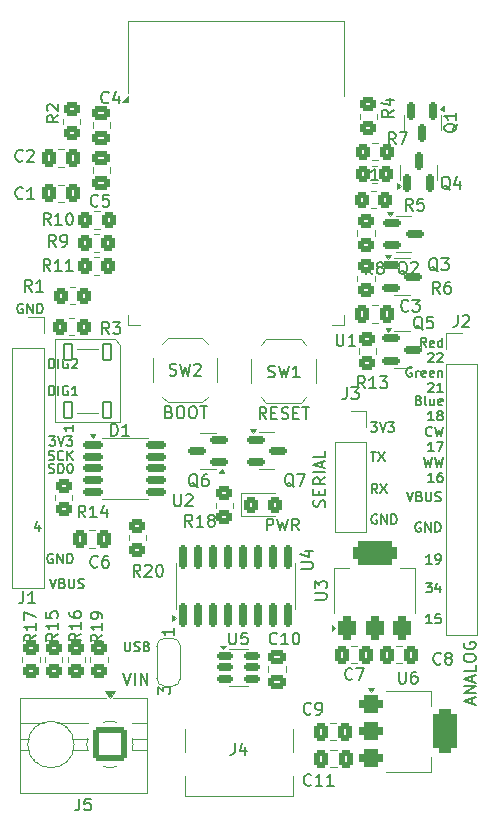
<source format=gbr>
%TF.GenerationSoftware,KiCad,Pcbnew,9.0.0*%
%TF.CreationDate,2025-04-10T21:45:59-06:00*%
%TF.ProjectId,esp32,65737033-322e-46b6-9963-61645f706362,rev?*%
%TF.SameCoordinates,Original*%
%TF.FileFunction,Legend,Top*%
%TF.FilePolarity,Positive*%
%FSLAX46Y46*%
G04 Gerber Fmt 4.6, Leading zero omitted, Abs format (unit mm)*
G04 Created by KiCad (PCBNEW 9.0.0) date 2025-04-10 21:45:59*
%MOMM*%
%LPD*%
G01*
G04 APERTURE LIST*
G04 Aperture macros list*
%AMRoundRect*
0 Rectangle with rounded corners*
0 $1 Rounding radius*
0 $2 $3 $4 $5 $6 $7 $8 $9 X,Y pos of 4 corners*
0 Add a 4 corners polygon primitive as box body*
4,1,4,$2,$3,$4,$5,$6,$7,$8,$9,$2,$3,0*
0 Add four circle primitives for the rounded corners*
1,1,$1+$1,$2,$3*
1,1,$1+$1,$4,$5*
1,1,$1+$1,$6,$7*
1,1,$1+$1,$8,$9*
0 Add four rect primitives between the rounded corners*
20,1,$1+$1,$2,$3,$4,$5,0*
20,1,$1+$1,$4,$5,$6,$7,0*
20,1,$1+$1,$6,$7,$8,$9,0*
20,1,$1+$1,$8,$9,$2,$3,0*%
%AMFreePoly0*
4,1,23,0.550000,-0.750000,0.000000,-0.750000,0.000000,-0.745722,-0.065263,-0.745722,-0.191342,-0.711940,-0.304381,-0.646677,-0.396677,-0.554381,-0.461940,-0.441342,-0.495722,-0.315263,-0.495722,-0.250000,-0.500000,-0.250000,-0.500000,0.250000,-0.495722,0.250000,-0.495722,0.315263,-0.461940,0.441342,-0.396677,0.554381,-0.304381,0.646677,-0.191342,0.711940,-0.065263,0.745722,0.000000,0.745722,
0.000000,0.750000,0.550000,0.750000,0.550000,-0.750000,0.550000,-0.750000,$1*%
%AMFreePoly1*
4,1,23,0.000000,0.745722,0.065263,0.745722,0.191342,0.711940,0.304381,0.646677,0.396677,0.554381,0.461940,0.441342,0.495722,0.315263,0.495722,0.250000,0.500000,0.250000,0.500000,-0.250000,0.495722,-0.250000,0.495722,-0.315263,0.461940,-0.441342,0.396677,-0.554381,0.304381,-0.646677,0.191342,-0.711940,0.065263,-0.745722,0.000000,-0.745722,0.000000,-0.750000,-0.550000,-0.750000,
-0.550000,0.750000,0.000000,0.750000,0.000000,0.745722,0.000000,0.745722,$1*%
G04 Aperture macros list end*
%ADD10C,0.200000*%
%ADD11C,0.150000*%
%ADD12C,0.120000*%
%ADD13RoundRect,0.150000X-0.512500X-0.150000X0.512500X-0.150000X0.512500X0.150000X-0.512500X0.150000X0*%
%ADD14RoundRect,0.150000X0.150000X-0.825000X0.150000X0.825000X-0.150000X0.825000X-0.150000X-0.825000X0*%
%ADD15FreePoly0,270.000000*%
%ADD16R,1.500000X1.000000*%
%ADD17FreePoly1,270.000000*%
%ADD18RoundRect,0.250000X-0.450000X0.350000X-0.450000X-0.350000X0.450000X-0.350000X0.450000X0.350000X0*%
%ADD19RoundRect,0.150000X-0.587500X-0.150000X0.587500X-0.150000X0.587500X0.150000X-0.587500X0.150000X0*%
%ADD20RoundRect,0.150000X0.150000X-0.587500X0.150000X0.587500X-0.150000X0.587500X-0.150000X-0.587500X0*%
%ADD21R,1.800000X1.100000*%
%ADD22RoundRect,0.250000X-0.350000X-0.450000X0.350000X-0.450000X0.350000X0.450000X-0.350000X0.450000X0*%
%ADD23RoundRect,0.250000X0.450000X-0.350000X0.450000X0.350000X-0.450000X0.350000X-0.450000X-0.350000X0*%
%ADD24R,1.700000X1.700000*%
%ADD25O,1.700000X1.700000*%
%ADD26RoundRect,0.250000X-0.337500X-0.475000X0.337500X-0.475000X0.337500X0.475000X-0.337500X0.475000X0*%
%ADD27C,0.650000*%
%ADD28R,0.300000X1.150000*%
%ADD29O,1.000000X2.100000*%
%ADD30O,1.000000X1.600000*%
%ADD31RoundRect,0.250000X0.350000X0.450000X-0.350000X0.450000X-0.350000X-0.450000X0.350000X-0.450000X0*%
%ADD32RoundRect,0.090000X0.360000X-0.660000X0.360000X0.660000X-0.360000X0.660000X-0.360000X-0.660000X0*%
%ADD33RoundRect,0.250000X-0.475000X0.337500X-0.475000X-0.337500X0.475000X-0.337500X0.475000X0.337500X0*%
%ADD34RoundRect,0.250000X0.475000X-0.337500X0.475000X0.337500X-0.475000X0.337500X-0.475000X-0.337500X0*%
%ADD35RoundRect,0.150000X-0.687500X-0.150000X0.687500X-0.150000X0.687500X0.150000X-0.687500X0.150000X0*%
%ADD36R,2.100000X3.300000*%
%ADD37RoundRect,0.150000X-0.150000X0.587500X-0.150000X-0.587500X0.150000X-0.587500X0.150000X0.587500X0*%
%ADD38RoundRect,0.375000X-0.625000X-0.375000X0.625000X-0.375000X0.625000X0.375000X-0.625000X0.375000X0*%
%ADD39RoundRect,0.500000X-0.500000X-1.400000X0.500000X-1.400000X0.500000X1.400000X-0.500000X1.400000X0*%
%ADD40RoundRect,0.150000X0.587500X0.150000X-0.587500X0.150000X-0.587500X-0.150000X0.587500X-0.150000X0*%
%ADD41RoundRect,0.375000X0.375000X-0.625000X0.375000X0.625000X-0.375000X0.625000X-0.375000X-0.625000X0*%
%ADD42RoundRect,0.500000X1.400000X-0.500000X1.400000X0.500000X-1.400000X0.500000X-1.400000X-0.500000X0*%
%ADD43RoundRect,0.250000X0.337500X0.475000X-0.337500X0.475000X-0.337500X-0.475000X0.337500X-0.475000X0*%
%ADD44RoundRect,0.250001X1.149999X1.149999X-1.149999X1.149999X-1.149999X-1.149999X1.149999X-1.149999X0*%
%ADD45C,2.800000*%
%ADD46RoundRect,0.250000X-0.325000X-0.450000X0.325000X-0.450000X0.325000X0.450000X-0.325000X0.450000X0*%
%ADD47R,1.500000X0.900000*%
%ADD48R,0.900000X1.500000*%
%ADD49C,0.600000*%
%ADD50R,4.200000X4.200000*%
G04 APERTURE END LIST*
D10*
X87800863Y-93641695D02*
X88296101Y-93641695D01*
X88296101Y-93641695D02*
X88029435Y-93946457D01*
X88029435Y-93946457D02*
X88143720Y-93946457D01*
X88143720Y-93946457D02*
X88219911Y-93984552D01*
X88219911Y-93984552D02*
X88258006Y-94022647D01*
X88258006Y-94022647D02*
X88296101Y-94098838D01*
X88296101Y-94098838D02*
X88296101Y-94289314D01*
X88296101Y-94289314D02*
X88258006Y-94365504D01*
X88258006Y-94365504D02*
X88219911Y-94403600D01*
X88219911Y-94403600D02*
X88143720Y-94441695D01*
X88143720Y-94441695D02*
X87915149Y-94441695D01*
X87915149Y-94441695D02*
X87838958Y-94403600D01*
X87838958Y-94403600D02*
X87800863Y-94365504D01*
X88524673Y-93641695D02*
X88791340Y-94441695D01*
X88791340Y-94441695D02*
X89058006Y-93641695D01*
X89248482Y-93641695D02*
X89743720Y-93641695D01*
X89743720Y-93641695D02*
X89477054Y-93946457D01*
X89477054Y-93946457D02*
X89591339Y-93946457D01*
X89591339Y-93946457D02*
X89667530Y-93984552D01*
X89667530Y-93984552D02*
X89705625Y-94022647D01*
X89705625Y-94022647D02*
X89743720Y-94098838D01*
X89743720Y-94098838D02*
X89743720Y-94289314D01*
X89743720Y-94289314D02*
X89705625Y-94365504D01*
X89705625Y-94365504D02*
X89667530Y-94403600D01*
X89667530Y-94403600D02*
X89591339Y-94441695D01*
X89591339Y-94441695D02*
X89362768Y-94441695D01*
X89362768Y-94441695D02*
X89286577Y-94403600D01*
X89286577Y-94403600D02*
X89248482Y-94365504D01*
X88296101Y-101469790D02*
X88219911Y-101431695D01*
X88219911Y-101431695D02*
X88105625Y-101431695D01*
X88105625Y-101431695D02*
X87991339Y-101469790D01*
X87991339Y-101469790D02*
X87915149Y-101545980D01*
X87915149Y-101545980D02*
X87877054Y-101622171D01*
X87877054Y-101622171D02*
X87838958Y-101774552D01*
X87838958Y-101774552D02*
X87838958Y-101888838D01*
X87838958Y-101888838D02*
X87877054Y-102041219D01*
X87877054Y-102041219D02*
X87915149Y-102117409D01*
X87915149Y-102117409D02*
X87991339Y-102193600D01*
X87991339Y-102193600D02*
X88105625Y-102231695D01*
X88105625Y-102231695D02*
X88181816Y-102231695D01*
X88181816Y-102231695D02*
X88296101Y-102193600D01*
X88296101Y-102193600D02*
X88334197Y-102155504D01*
X88334197Y-102155504D02*
X88334197Y-101888838D01*
X88334197Y-101888838D02*
X88181816Y-101888838D01*
X88677054Y-102231695D02*
X88677054Y-101431695D01*
X88677054Y-101431695D02*
X89134197Y-102231695D01*
X89134197Y-102231695D02*
X89134197Y-101431695D01*
X89515149Y-102231695D02*
X89515149Y-101431695D01*
X89515149Y-101431695D02*
X89705625Y-101431695D01*
X89705625Y-101431695D02*
X89819911Y-101469790D01*
X89819911Y-101469790D02*
X89896101Y-101545980D01*
X89896101Y-101545980D02*
X89934196Y-101622171D01*
X89934196Y-101622171D02*
X89972292Y-101774552D01*
X89972292Y-101774552D02*
X89972292Y-101888838D01*
X89972292Y-101888838D02*
X89934196Y-102041219D01*
X89934196Y-102041219D02*
X89896101Y-102117409D01*
X89896101Y-102117409D02*
X89819911Y-102193600D01*
X89819911Y-102193600D02*
X89705625Y-102231695D01*
X89705625Y-102231695D02*
X89515149Y-102231695D01*
X58321101Y-83629790D02*
X58244911Y-83591695D01*
X58244911Y-83591695D02*
X58130625Y-83591695D01*
X58130625Y-83591695D02*
X58016339Y-83629790D01*
X58016339Y-83629790D02*
X57940149Y-83705980D01*
X57940149Y-83705980D02*
X57902054Y-83782171D01*
X57902054Y-83782171D02*
X57863958Y-83934552D01*
X57863958Y-83934552D02*
X57863958Y-84048838D01*
X57863958Y-84048838D02*
X57902054Y-84201219D01*
X57902054Y-84201219D02*
X57940149Y-84277409D01*
X57940149Y-84277409D02*
X58016339Y-84353600D01*
X58016339Y-84353600D02*
X58130625Y-84391695D01*
X58130625Y-84391695D02*
X58206816Y-84391695D01*
X58206816Y-84391695D02*
X58321101Y-84353600D01*
X58321101Y-84353600D02*
X58359197Y-84315504D01*
X58359197Y-84315504D02*
X58359197Y-84048838D01*
X58359197Y-84048838D02*
X58206816Y-84048838D01*
X58702054Y-84391695D02*
X58702054Y-83591695D01*
X58702054Y-83591695D02*
X59159197Y-84391695D01*
X59159197Y-84391695D02*
X59159197Y-83591695D01*
X59540149Y-84391695D02*
X59540149Y-83591695D01*
X59540149Y-83591695D02*
X59730625Y-83591695D01*
X59730625Y-83591695D02*
X59844911Y-83629790D01*
X59844911Y-83629790D02*
X59921101Y-83705980D01*
X59921101Y-83705980D02*
X59959196Y-83782171D01*
X59959196Y-83782171D02*
X59997292Y-83934552D01*
X59997292Y-83934552D02*
X59997292Y-84048838D01*
X59997292Y-84048838D02*
X59959196Y-84201219D01*
X59959196Y-84201219D02*
X59921101Y-84277409D01*
X59921101Y-84277409D02*
X59844911Y-84353600D01*
X59844911Y-84353600D02*
X59730625Y-84391695D01*
X59730625Y-84391695D02*
X59540149Y-84391695D01*
X92008006Y-102144790D02*
X91931816Y-102106695D01*
X91931816Y-102106695D02*
X91817530Y-102106695D01*
X91817530Y-102106695D02*
X91703244Y-102144790D01*
X91703244Y-102144790D02*
X91627054Y-102220980D01*
X91627054Y-102220980D02*
X91588959Y-102297171D01*
X91588959Y-102297171D02*
X91550863Y-102449552D01*
X91550863Y-102449552D02*
X91550863Y-102563838D01*
X91550863Y-102563838D02*
X91588959Y-102716219D01*
X91588959Y-102716219D02*
X91627054Y-102792409D01*
X91627054Y-102792409D02*
X91703244Y-102868600D01*
X91703244Y-102868600D02*
X91817530Y-102906695D01*
X91817530Y-102906695D02*
X91893721Y-102906695D01*
X91893721Y-102906695D02*
X92008006Y-102868600D01*
X92008006Y-102868600D02*
X92046102Y-102830504D01*
X92046102Y-102830504D02*
X92046102Y-102563838D01*
X92046102Y-102563838D02*
X91893721Y-102563838D01*
X92388959Y-102906695D02*
X92388959Y-102106695D01*
X92388959Y-102106695D02*
X92846102Y-102906695D01*
X92846102Y-102906695D02*
X92846102Y-102106695D01*
X93227054Y-102906695D02*
X93227054Y-102106695D01*
X93227054Y-102106695D02*
X93417530Y-102106695D01*
X93417530Y-102106695D02*
X93531816Y-102144790D01*
X93531816Y-102144790D02*
X93608006Y-102220980D01*
X93608006Y-102220980D02*
X93646101Y-102297171D01*
X93646101Y-102297171D02*
X93684197Y-102449552D01*
X93684197Y-102449552D02*
X93684197Y-102563838D01*
X93684197Y-102563838D02*
X93646101Y-102716219D01*
X93646101Y-102716219D02*
X93608006Y-102792409D01*
X93608006Y-102792409D02*
X93531816Y-102868600D01*
X93531816Y-102868600D02*
X93417530Y-102906695D01*
X93417530Y-102906695D02*
X93227054Y-102906695D01*
X92299135Y-96603740D02*
X92489611Y-97403740D01*
X92489611Y-97403740D02*
X92641992Y-96832311D01*
X92641992Y-96832311D02*
X92794373Y-97403740D01*
X92794373Y-97403740D02*
X92984850Y-96603740D01*
X93213421Y-96603740D02*
X93403897Y-97403740D01*
X93403897Y-97403740D02*
X93556278Y-96832311D01*
X93556278Y-96832311D02*
X93708659Y-97403740D01*
X93708659Y-97403740D02*
X93899136Y-96603740D01*
X93099135Y-98691695D02*
X92641992Y-98691695D01*
X92870564Y-98691695D02*
X92870564Y-97891695D01*
X92870564Y-97891695D02*
X92794373Y-98005980D01*
X92794373Y-98005980D02*
X92718183Y-98082171D01*
X92718183Y-98082171D02*
X92641992Y-98120266D01*
X93784850Y-97891695D02*
X93632469Y-97891695D01*
X93632469Y-97891695D02*
X93556278Y-97929790D01*
X93556278Y-97929790D02*
X93518183Y-97967885D01*
X93518183Y-97967885D02*
X93441993Y-98082171D01*
X93441993Y-98082171D02*
X93403897Y-98234552D01*
X93403897Y-98234552D02*
X93403897Y-98539314D01*
X93403897Y-98539314D02*
X93441993Y-98615504D01*
X93441993Y-98615504D02*
X93480088Y-98653600D01*
X93480088Y-98653600D02*
X93556278Y-98691695D01*
X93556278Y-98691695D02*
X93708659Y-98691695D01*
X93708659Y-98691695D02*
X93784850Y-98653600D01*
X93784850Y-98653600D02*
X93822945Y-98615504D01*
X93822945Y-98615504D02*
X93861040Y-98539314D01*
X93861040Y-98539314D02*
X93861040Y-98348838D01*
X93861040Y-98348838D02*
X93822945Y-98272647D01*
X93822945Y-98272647D02*
X93784850Y-98234552D01*
X93784850Y-98234552D02*
X93708659Y-98196457D01*
X93708659Y-98196457D02*
X93556278Y-98196457D01*
X93556278Y-98196457D02*
X93480088Y-98234552D01*
X93480088Y-98234552D02*
X93441993Y-98272647D01*
X93441993Y-98272647D02*
X93403897Y-98348838D01*
X91232469Y-89016835D02*
X91156279Y-88978740D01*
X91156279Y-88978740D02*
X91041993Y-88978740D01*
X91041993Y-88978740D02*
X90927707Y-89016835D01*
X90927707Y-89016835D02*
X90851517Y-89093025D01*
X90851517Y-89093025D02*
X90813422Y-89169216D01*
X90813422Y-89169216D02*
X90775326Y-89321597D01*
X90775326Y-89321597D02*
X90775326Y-89435883D01*
X90775326Y-89435883D02*
X90813422Y-89588264D01*
X90813422Y-89588264D02*
X90851517Y-89664454D01*
X90851517Y-89664454D02*
X90927707Y-89740645D01*
X90927707Y-89740645D02*
X91041993Y-89778740D01*
X91041993Y-89778740D02*
X91118184Y-89778740D01*
X91118184Y-89778740D02*
X91232469Y-89740645D01*
X91232469Y-89740645D02*
X91270565Y-89702549D01*
X91270565Y-89702549D02*
X91270565Y-89435883D01*
X91270565Y-89435883D02*
X91118184Y-89435883D01*
X91613422Y-89778740D02*
X91613422Y-89245406D01*
X91613422Y-89397787D02*
X91651517Y-89321597D01*
X91651517Y-89321597D02*
X91689612Y-89283502D01*
X91689612Y-89283502D02*
X91765803Y-89245406D01*
X91765803Y-89245406D02*
X91841993Y-89245406D01*
X92413422Y-89740645D02*
X92337231Y-89778740D01*
X92337231Y-89778740D02*
X92184850Y-89778740D01*
X92184850Y-89778740D02*
X92108660Y-89740645D01*
X92108660Y-89740645D02*
X92070564Y-89664454D01*
X92070564Y-89664454D02*
X92070564Y-89359692D01*
X92070564Y-89359692D02*
X92108660Y-89283502D01*
X92108660Y-89283502D02*
X92184850Y-89245406D01*
X92184850Y-89245406D02*
X92337231Y-89245406D01*
X92337231Y-89245406D02*
X92413422Y-89283502D01*
X92413422Y-89283502D02*
X92451517Y-89359692D01*
X92451517Y-89359692D02*
X92451517Y-89435883D01*
X92451517Y-89435883D02*
X92070564Y-89512073D01*
X93099136Y-89740645D02*
X93022945Y-89778740D01*
X93022945Y-89778740D02*
X92870564Y-89778740D01*
X92870564Y-89778740D02*
X92794374Y-89740645D01*
X92794374Y-89740645D02*
X92756278Y-89664454D01*
X92756278Y-89664454D02*
X92756278Y-89359692D01*
X92756278Y-89359692D02*
X92794374Y-89283502D01*
X92794374Y-89283502D02*
X92870564Y-89245406D01*
X92870564Y-89245406D02*
X93022945Y-89245406D01*
X93022945Y-89245406D02*
X93099136Y-89283502D01*
X93099136Y-89283502D02*
X93137231Y-89359692D01*
X93137231Y-89359692D02*
X93137231Y-89435883D01*
X93137231Y-89435883D02*
X92756278Y-89512073D01*
X93480088Y-89245406D02*
X93480088Y-89778740D01*
X93480088Y-89321597D02*
X93518183Y-89283502D01*
X93518183Y-89283502D02*
X93594373Y-89245406D01*
X93594373Y-89245406D02*
X93708659Y-89245406D01*
X93708659Y-89245406D02*
X93784850Y-89283502D01*
X93784850Y-89283502D02*
X93822945Y-89359692D01*
X93822945Y-89359692D02*
X93822945Y-89778740D01*
X92641992Y-90342885D02*
X92680088Y-90304790D01*
X92680088Y-90304790D02*
X92756278Y-90266695D01*
X92756278Y-90266695D02*
X92946754Y-90266695D01*
X92946754Y-90266695D02*
X93022945Y-90304790D01*
X93022945Y-90304790D02*
X93061040Y-90342885D01*
X93061040Y-90342885D02*
X93099135Y-90419076D01*
X93099135Y-90419076D02*
X93099135Y-90495266D01*
X93099135Y-90495266D02*
X93061040Y-90609552D01*
X93061040Y-90609552D02*
X92603897Y-91066695D01*
X92603897Y-91066695D02*
X93099135Y-91066695D01*
X93861040Y-91066695D02*
X93403897Y-91066695D01*
X93632469Y-91066695D02*
X93632469Y-90266695D01*
X93632469Y-90266695D02*
X93556278Y-90380980D01*
X93556278Y-90380980D02*
X93480088Y-90457171D01*
X93480088Y-90457171D02*
X93403897Y-90495266D01*
X92922291Y-105591695D02*
X92465148Y-105591695D01*
X92693720Y-105591695D02*
X92693720Y-104791695D01*
X92693720Y-104791695D02*
X92617529Y-104905980D01*
X92617529Y-104905980D02*
X92541339Y-104982171D01*
X92541339Y-104982171D02*
X92465148Y-105020266D01*
X93303244Y-105591695D02*
X93455625Y-105591695D01*
X93455625Y-105591695D02*
X93531815Y-105553600D01*
X93531815Y-105553600D02*
X93569911Y-105515504D01*
X93569911Y-105515504D02*
X93646101Y-105401219D01*
X93646101Y-105401219D02*
X93684196Y-105248838D01*
X93684196Y-105248838D02*
X93684196Y-104944076D01*
X93684196Y-104944076D02*
X93646101Y-104867885D01*
X93646101Y-104867885D02*
X93608006Y-104829790D01*
X93608006Y-104829790D02*
X93531815Y-104791695D01*
X93531815Y-104791695D02*
X93379434Y-104791695D01*
X93379434Y-104791695D02*
X93303244Y-104829790D01*
X93303244Y-104829790D02*
X93265149Y-104867885D01*
X93265149Y-104867885D02*
X93227053Y-104944076D01*
X93227053Y-104944076D02*
X93227053Y-105134552D01*
X93227053Y-105134552D02*
X93265149Y-105210742D01*
X93265149Y-105210742D02*
X93303244Y-105248838D01*
X93303244Y-105248838D02*
X93379434Y-105286933D01*
X93379434Y-105286933D02*
X93531815Y-105286933D01*
X93531815Y-105286933D02*
X93608006Y-105248838D01*
X93608006Y-105248838D02*
X93646101Y-105210742D01*
X93646101Y-105210742D02*
X93684196Y-105134552D01*
X92451517Y-87248740D02*
X92184850Y-86867787D01*
X91994374Y-87248740D02*
X91994374Y-86448740D01*
X91994374Y-86448740D02*
X92299136Y-86448740D01*
X92299136Y-86448740D02*
X92375326Y-86486835D01*
X92375326Y-86486835D02*
X92413421Y-86524930D01*
X92413421Y-86524930D02*
X92451517Y-86601121D01*
X92451517Y-86601121D02*
X92451517Y-86715406D01*
X92451517Y-86715406D02*
X92413421Y-86791597D01*
X92413421Y-86791597D02*
X92375326Y-86829692D01*
X92375326Y-86829692D02*
X92299136Y-86867787D01*
X92299136Y-86867787D02*
X91994374Y-86867787D01*
X93099136Y-87210645D02*
X93022945Y-87248740D01*
X93022945Y-87248740D02*
X92870564Y-87248740D01*
X92870564Y-87248740D02*
X92794374Y-87210645D01*
X92794374Y-87210645D02*
X92756278Y-87134454D01*
X92756278Y-87134454D02*
X92756278Y-86829692D01*
X92756278Y-86829692D02*
X92794374Y-86753502D01*
X92794374Y-86753502D02*
X92870564Y-86715406D01*
X92870564Y-86715406D02*
X93022945Y-86715406D01*
X93022945Y-86715406D02*
X93099136Y-86753502D01*
X93099136Y-86753502D02*
X93137231Y-86829692D01*
X93137231Y-86829692D02*
X93137231Y-86905883D01*
X93137231Y-86905883D02*
X92756278Y-86982073D01*
X93822945Y-87248740D02*
X93822945Y-86448740D01*
X93822945Y-87210645D02*
X93746754Y-87248740D01*
X93746754Y-87248740D02*
X93594373Y-87248740D01*
X93594373Y-87248740D02*
X93518183Y-87210645D01*
X93518183Y-87210645D02*
X93480088Y-87172549D01*
X93480088Y-87172549D02*
X93441992Y-87096359D01*
X93441992Y-87096359D02*
X93441992Y-86867787D01*
X93441992Y-86867787D02*
X93480088Y-86791597D01*
X93480088Y-86791597D02*
X93518183Y-86753502D01*
X93518183Y-86753502D02*
X93594373Y-86715406D01*
X93594373Y-86715406D02*
X93746754Y-86715406D01*
X93746754Y-86715406D02*
X93822945Y-86753502D01*
X92641992Y-87812885D02*
X92680088Y-87774790D01*
X92680088Y-87774790D02*
X92756278Y-87736695D01*
X92756278Y-87736695D02*
X92946754Y-87736695D01*
X92946754Y-87736695D02*
X93022945Y-87774790D01*
X93022945Y-87774790D02*
X93061040Y-87812885D01*
X93061040Y-87812885D02*
X93099135Y-87889076D01*
X93099135Y-87889076D02*
X93099135Y-87965266D01*
X93099135Y-87965266D02*
X93061040Y-88079552D01*
X93061040Y-88079552D02*
X92603897Y-88536695D01*
X92603897Y-88536695D02*
X93099135Y-88536695D01*
X93403897Y-87812885D02*
X93441993Y-87774790D01*
X93441993Y-87774790D02*
X93518183Y-87736695D01*
X93518183Y-87736695D02*
X93708659Y-87736695D01*
X93708659Y-87736695D02*
X93784850Y-87774790D01*
X93784850Y-87774790D02*
X93822945Y-87812885D01*
X93822945Y-87812885D02*
X93861040Y-87889076D01*
X93861040Y-87889076D02*
X93861040Y-87965266D01*
X93861040Y-87965266D02*
X93822945Y-88079552D01*
X93822945Y-88079552D02*
X93365802Y-88536695D01*
X93365802Y-88536695D02*
X93861040Y-88536695D01*
X88334197Y-99641695D02*
X88067530Y-99260742D01*
X87877054Y-99641695D02*
X87877054Y-98841695D01*
X87877054Y-98841695D02*
X88181816Y-98841695D01*
X88181816Y-98841695D02*
X88258006Y-98879790D01*
X88258006Y-98879790D02*
X88296101Y-98917885D01*
X88296101Y-98917885D02*
X88334197Y-98994076D01*
X88334197Y-98994076D02*
X88334197Y-99108361D01*
X88334197Y-99108361D02*
X88296101Y-99184552D01*
X88296101Y-99184552D02*
X88258006Y-99222647D01*
X88258006Y-99222647D02*
X88181816Y-99260742D01*
X88181816Y-99260742D02*
X87877054Y-99260742D01*
X88600863Y-98841695D02*
X89134197Y-99641695D01*
X89134197Y-98841695D02*
X88600863Y-99641695D01*
X90827054Y-99516695D02*
X91093721Y-100316695D01*
X91093721Y-100316695D02*
X91360387Y-99516695D01*
X91893720Y-99897647D02*
X92008006Y-99935742D01*
X92008006Y-99935742D02*
X92046101Y-99973838D01*
X92046101Y-99973838D02*
X92084197Y-100050028D01*
X92084197Y-100050028D02*
X92084197Y-100164314D01*
X92084197Y-100164314D02*
X92046101Y-100240504D01*
X92046101Y-100240504D02*
X92008006Y-100278600D01*
X92008006Y-100278600D02*
X91931816Y-100316695D01*
X91931816Y-100316695D02*
X91627054Y-100316695D01*
X91627054Y-100316695D02*
X91627054Y-99516695D01*
X91627054Y-99516695D02*
X91893720Y-99516695D01*
X91893720Y-99516695D02*
X91969911Y-99554790D01*
X91969911Y-99554790D02*
X92008006Y-99592885D01*
X92008006Y-99592885D02*
X92046101Y-99669076D01*
X92046101Y-99669076D02*
X92046101Y-99745266D01*
X92046101Y-99745266D02*
X92008006Y-99821457D01*
X92008006Y-99821457D02*
X91969911Y-99859552D01*
X91969911Y-99859552D02*
X91893720Y-99897647D01*
X91893720Y-99897647D02*
X91627054Y-99897647D01*
X92427054Y-99516695D02*
X92427054Y-100164314D01*
X92427054Y-100164314D02*
X92465149Y-100240504D01*
X92465149Y-100240504D02*
X92503244Y-100278600D01*
X92503244Y-100278600D02*
X92579435Y-100316695D01*
X92579435Y-100316695D02*
X92731816Y-100316695D01*
X92731816Y-100316695D02*
X92808006Y-100278600D01*
X92808006Y-100278600D02*
X92846101Y-100240504D01*
X92846101Y-100240504D02*
X92884197Y-100164314D01*
X92884197Y-100164314D02*
X92884197Y-99516695D01*
X93227053Y-100278600D02*
X93341339Y-100316695D01*
X93341339Y-100316695D02*
X93531815Y-100316695D01*
X93531815Y-100316695D02*
X93608006Y-100278600D01*
X93608006Y-100278600D02*
X93646101Y-100240504D01*
X93646101Y-100240504D02*
X93684196Y-100164314D01*
X93684196Y-100164314D02*
X93684196Y-100088123D01*
X93684196Y-100088123D02*
X93646101Y-100011933D01*
X93646101Y-100011933D02*
X93608006Y-99973838D01*
X93608006Y-99973838D02*
X93531815Y-99935742D01*
X93531815Y-99935742D02*
X93379434Y-99897647D01*
X93379434Y-99897647D02*
X93303244Y-99859552D01*
X93303244Y-99859552D02*
X93265149Y-99821457D01*
X93265149Y-99821457D02*
X93227053Y-99745266D01*
X93227053Y-99745266D02*
X93227053Y-99669076D01*
X93227053Y-99669076D02*
X93265149Y-99592885D01*
X93265149Y-99592885D02*
X93303244Y-99554790D01*
X93303244Y-99554790D02*
X93379434Y-99516695D01*
X93379434Y-99516695D02*
X93569911Y-99516695D01*
X93569911Y-99516695D02*
X93684196Y-99554790D01*
X60537054Y-89026695D02*
X60537054Y-88226695D01*
X60537054Y-88226695D02*
X60727530Y-88226695D01*
X60727530Y-88226695D02*
X60841816Y-88264790D01*
X60841816Y-88264790D02*
X60918006Y-88340980D01*
X60918006Y-88340980D02*
X60956101Y-88417171D01*
X60956101Y-88417171D02*
X60994197Y-88569552D01*
X60994197Y-88569552D02*
X60994197Y-88683838D01*
X60994197Y-88683838D02*
X60956101Y-88836219D01*
X60956101Y-88836219D02*
X60918006Y-88912409D01*
X60918006Y-88912409D02*
X60841816Y-88988600D01*
X60841816Y-88988600D02*
X60727530Y-89026695D01*
X60727530Y-89026695D02*
X60537054Y-89026695D01*
X61337054Y-89026695D02*
X61337054Y-88226695D01*
X62137053Y-88264790D02*
X62060863Y-88226695D01*
X62060863Y-88226695D02*
X61946577Y-88226695D01*
X61946577Y-88226695D02*
X61832291Y-88264790D01*
X61832291Y-88264790D02*
X61756101Y-88340980D01*
X61756101Y-88340980D02*
X61718006Y-88417171D01*
X61718006Y-88417171D02*
X61679910Y-88569552D01*
X61679910Y-88569552D02*
X61679910Y-88683838D01*
X61679910Y-88683838D02*
X61718006Y-88836219D01*
X61718006Y-88836219D02*
X61756101Y-88912409D01*
X61756101Y-88912409D02*
X61832291Y-88988600D01*
X61832291Y-88988600D02*
X61946577Y-89026695D01*
X61946577Y-89026695D02*
X62022768Y-89026695D01*
X62022768Y-89026695D02*
X62137053Y-88988600D01*
X62137053Y-88988600D02*
X62175149Y-88950504D01*
X62175149Y-88950504D02*
X62175149Y-88683838D01*
X62175149Y-88683838D02*
X62022768Y-88683838D01*
X62479910Y-88302885D02*
X62518006Y-88264790D01*
X62518006Y-88264790D02*
X62594196Y-88226695D01*
X62594196Y-88226695D02*
X62784672Y-88226695D01*
X62784672Y-88226695D02*
X62860863Y-88264790D01*
X62860863Y-88264790D02*
X62898958Y-88302885D01*
X62898958Y-88302885D02*
X62937053Y-88379076D01*
X62937053Y-88379076D02*
X62937053Y-88455266D01*
X62937053Y-88455266D02*
X62898958Y-88569552D01*
X62898958Y-88569552D02*
X62441815Y-89026695D01*
X62441815Y-89026695D02*
X62937053Y-89026695D01*
X59714911Y-102323361D02*
X59714911Y-102856695D01*
X59524435Y-102018600D02*
X59333958Y-102590028D01*
X59333958Y-102590028D02*
X59829197Y-102590028D01*
X66947054Y-112206695D02*
X66947054Y-112854314D01*
X66947054Y-112854314D02*
X66985149Y-112930504D01*
X66985149Y-112930504D02*
X67023244Y-112968600D01*
X67023244Y-112968600D02*
X67099435Y-113006695D01*
X67099435Y-113006695D02*
X67251816Y-113006695D01*
X67251816Y-113006695D02*
X67328006Y-112968600D01*
X67328006Y-112968600D02*
X67366101Y-112930504D01*
X67366101Y-112930504D02*
X67404197Y-112854314D01*
X67404197Y-112854314D02*
X67404197Y-112206695D01*
X67747053Y-112968600D02*
X67861339Y-113006695D01*
X67861339Y-113006695D02*
X68051815Y-113006695D01*
X68051815Y-113006695D02*
X68128006Y-112968600D01*
X68128006Y-112968600D02*
X68166101Y-112930504D01*
X68166101Y-112930504D02*
X68204196Y-112854314D01*
X68204196Y-112854314D02*
X68204196Y-112778123D01*
X68204196Y-112778123D02*
X68166101Y-112701933D01*
X68166101Y-112701933D02*
X68128006Y-112663838D01*
X68128006Y-112663838D02*
X68051815Y-112625742D01*
X68051815Y-112625742D02*
X67899434Y-112587647D01*
X67899434Y-112587647D02*
X67823244Y-112549552D01*
X67823244Y-112549552D02*
X67785149Y-112511457D01*
X67785149Y-112511457D02*
X67747053Y-112435266D01*
X67747053Y-112435266D02*
X67747053Y-112359076D01*
X67747053Y-112359076D02*
X67785149Y-112282885D01*
X67785149Y-112282885D02*
X67823244Y-112244790D01*
X67823244Y-112244790D02*
X67899434Y-112206695D01*
X67899434Y-112206695D02*
X68089911Y-112206695D01*
X68089911Y-112206695D02*
X68204196Y-112244790D01*
X68813720Y-112587647D02*
X68928006Y-112625742D01*
X68928006Y-112625742D02*
X68966101Y-112663838D01*
X68966101Y-112663838D02*
X69004197Y-112740028D01*
X69004197Y-112740028D02*
X69004197Y-112854314D01*
X69004197Y-112854314D02*
X68966101Y-112930504D01*
X68966101Y-112930504D02*
X68928006Y-112968600D01*
X68928006Y-112968600D02*
X68851816Y-113006695D01*
X68851816Y-113006695D02*
X68547054Y-113006695D01*
X68547054Y-113006695D02*
X68547054Y-112206695D01*
X68547054Y-112206695D02*
X68813720Y-112206695D01*
X68813720Y-112206695D02*
X68889911Y-112244790D01*
X68889911Y-112244790D02*
X68928006Y-112282885D01*
X68928006Y-112282885D02*
X68966101Y-112359076D01*
X68966101Y-112359076D02*
X68966101Y-112435266D01*
X68966101Y-112435266D02*
X68928006Y-112511457D01*
X68928006Y-112511457D02*
X68889911Y-112549552D01*
X68889911Y-112549552D02*
X68813720Y-112587647D01*
X68813720Y-112587647D02*
X68547054Y-112587647D01*
X91841992Y-91759692D02*
X91956278Y-91797787D01*
X91956278Y-91797787D02*
X91994373Y-91835883D01*
X91994373Y-91835883D02*
X92032469Y-91912073D01*
X92032469Y-91912073D02*
X92032469Y-92026359D01*
X92032469Y-92026359D02*
X91994373Y-92102549D01*
X91994373Y-92102549D02*
X91956278Y-92140645D01*
X91956278Y-92140645D02*
X91880088Y-92178740D01*
X91880088Y-92178740D02*
X91575326Y-92178740D01*
X91575326Y-92178740D02*
X91575326Y-91378740D01*
X91575326Y-91378740D02*
X91841992Y-91378740D01*
X91841992Y-91378740D02*
X91918183Y-91416835D01*
X91918183Y-91416835D02*
X91956278Y-91454930D01*
X91956278Y-91454930D02*
X91994373Y-91531121D01*
X91994373Y-91531121D02*
X91994373Y-91607311D01*
X91994373Y-91607311D02*
X91956278Y-91683502D01*
X91956278Y-91683502D02*
X91918183Y-91721597D01*
X91918183Y-91721597D02*
X91841992Y-91759692D01*
X91841992Y-91759692D02*
X91575326Y-91759692D01*
X92489611Y-92178740D02*
X92413421Y-92140645D01*
X92413421Y-92140645D02*
X92375326Y-92064454D01*
X92375326Y-92064454D02*
X92375326Y-91378740D01*
X93137231Y-91645406D02*
X93137231Y-92178740D01*
X92794374Y-91645406D02*
X92794374Y-92064454D01*
X92794374Y-92064454D02*
X92832469Y-92140645D01*
X92832469Y-92140645D02*
X92908659Y-92178740D01*
X92908659Y-92178740D02*
X93022945Y-92178740D01*
X93022945Y-92178740D02*
X93099136Y-92140645D01*
X93099136Y-92140645D02*
X93137231Y-92102549D01*
X93822946Y-92140645D02*
X93746755Y-92178740D01*
X93746755Y-92178740D02*
X93594374Y-92178740D01*
X93594374Y-92178740D02*
X93518184Y-92140645D01*
X93518184Y-92140645D02*
X93480088Y-92064454D01*
X93480088Y-92064454D02*
X93480088Y-91759692D01*
X93480088Y-91759692D02*
X93518184Y-91683502D01*
X93518184Y-91683502D02*
X93594374Y-91645406D01*
X93594374Y-91645406D02*
X93746755Y-91645406D01*
X93746755Y-91645406D02*
X93822946Y-91683502D01*
X93822946Y-91683502D02*
X93861041Y-91759692D01*
X93861041Y-91759692D02*
X93861041Y-91835883D01*
X93861041Y-91835883D02*
X93480088Y-91912073D01*
X93099135Y-93466695D02*
X92641992Y-93466695D01*
X92870564Y-93466695D02*
X92870564Y-92666695D01*
X92870564Y-92666695D02*
X92794373Y-92780980D01*
X92794373Y-92780980D02*
X92718183Y-92857171D01*
X92718183Y-92857171D02*
X92641992Y-92895266D01*
X93556278Y-93009552D02*
X93480088Y-92971457D01*
X93480088Y-92971457D02*
X93441993Y-92933361D01*
X93441993Y-92933361D02*
X93403897Y-92857171D01*
X93403897Y-92857171D02*
X93403897Y-92819076D01*
X93403897Y-92819076D02*
X93441993Y-92742885D01*
X93441993Y-92742885D02*
X93480088Y-92704790D01*
X93480088Y-92704790D02*
X93556278Y-92666695D01*
X93556278Y-92666695D02*
X93708659Y-92666695D01*
X93708659Y-92666695D02*
X93784850Y-92704790D01*
X93784850Y-92704790D02*
X93822945Y-92742885D01*
X93822945Y-92742885D02*
X93861040Y-92819076D01*
X93861040Y-92819076D02*
X93861040Y-92857171D01*
X93861040Y-92857171D02*
X93822945Y-92933361D01*
X93822945Y-92933361D02*
X93784850Y-92971457D01*
X93784850Y-92971457D02*
X93708659Y-93009552D01*
X93708659Y-93009552D02*
X93556278Y-93009552D01*
X93556278Y-93009552D02*
X93480088Y-93047647D01*
X93480088Y-93047647D02*
X93441993Y-93085742D01*
X93441993Y-93085742D02*
X93403897Y-93161933D01*
X93403897Y-93161933D02*
X93403897Y-93314314D01*
X93403897Y-93314314D02*
X93441993Y-93390504D01*
X93441993Y-93390504D02*
X93480088Y-93428600D01*
X93480088Y-93428600D02*
X93556278Y-93466695D01*
X93556278Y-93466695D02*
X93708659Y-93466695D01*
X93708659Y-93466695D02*
X93784850Y-93428600D01*
X93784850Y-93428600D02*
X93822945Y-93390504D01*
X93822945Y-93390504D02*
X93861040Y-93314314D01*
X93861040Y-93314314D02*
X93861040Y-93161933D01*
X93861040Y-93161933D02*
X93822945Y-93085742D01*
X93822945Y-93085742D02*
X93784850Y-93047647D01*
X93784850Y-93047647D02*
X93708659Y-93009552D01*
X60537054Y-91346695D02*
X60537054Y-90546695D01*
X60537054Y-90546695D02*
X60727530Y-90546695D01*
X60727530Y-90546695D02*
X60841816Y-90584790D01*
X60841816Y-90584790D02*
X60918006Y-90660980D01*
X60918006Y-90660980D02*
X60956101Y-90737171D01*
X60956101Y-90737171D02*
X60994197Y-90889552D01*
X60994197Y-90889552D02*
X60994197Y-91003838D01*
X60994197Y-91003838D02*
X60956101Y-91156219D01*
X60956101Y-91156219D02*
X60918006Y-91232409D01*
X60918006Y-91232409D02*
X60841816Y-91308600D01*
X60841816Y-91308600D02*
X60727530Y-91346695D01*
X60727530Y-91346695D02*
X60537054Y-91346695D01*
X61337054Y-91346695D02*
X61337054Y-90546695D01*
X62137053Y-90584790D02*
X62060863Y-90546695D01*
X62060863Y-90546695D02*
X61946577Y-90546695D01*
X61946577Y-90546695D02*
X61832291Y-90584790D01*
X61832291Y-90584790D02*
X61756101Y-90660980D01*
X61756101Y-90660980D02*
X61718006Y-90737171D01*
X61718006Y-90737171D02*
X61679910Y-90889552D01*
X61679910Y-90889552D02*
X61679910Y-91003838D01*
X61679910Y-91003838D02*
X61718006Y-91156219D01*
X61718006Y-91156219D02*
X61756101Y-91232409D01*
X61756101Y-91232409D02*
X61832291Y-91308600D01*
X61832291Y-91308600D02*
X61946577Y-91346695D01*
X61946577Y-91346695D02*
X62022768Y-91346695D01*
X62022768Y-91346695D02*
X62137053Y-91308600D01*
X62137053Y-91308600D02*
X62175149Y-91270504D01*
X62175149Y-91270504D02*
X62175149Y-91003838D01*
X62175149Y-91003838D02*
X62022768Y-91003838D01*
X62937053Y-91346695D02*
X62479910Y-91346695D01*
X62708482Y-91346695D02*
X62708482Y-90546695D01*
X62708482Y-90546695D02*
X62632291Y-90660980D01*
X62632291Y-90660980D02*
X62556101Y-90737171D01*
X62556101Y-90737171D02*
X62479910Y-90775266D01*
X60498958Y-96778600D02*
X60613244Y-96816695D01*
X60613244Y-96816695D02*
X60803720Y-96816695D01*
X60803720Y-96816695D02*
X60879911Y-96778600D01*
X60879911Y-96778600D02*
X60918006Y-96740504D01*
X60918006Y-96740504D02*
X60956101Y-96664314D01*
X60956101Y-96664314D02*
X60956101Y-96588123D01*
X60956101Y-96588123D02*
X60918006Y-96511933D01*
X60918006Y-96511933D02*
X60879911Y-96473838D01*
X60879911Y-96473838D02*
X60803720Y-96435742D01*
X60803720Y-96435742D02*
X60651339Y-96397647D01*
X60651339Y-96397647D02*
X60575149Y-96359552D01*
X60575149Y-96359552D02*
X60537054Y-96321457D01*
X60537054Y-96321457D02*
X60498958Y-96245266D01*
X60498958Y-96245266D02*
X60498958Y-96169076D01*
X60498958Y-96169076D02*
X60537054Y-96092885D01*
X60537054Y-96092885D02*
X60575149Y-96054790D01*
X60575149Y-96054790D02*
X60651339Y-96016695D01*
X60651339Y-96016695D02*
X60841816Y-96016695D01*
X60841816Y-96016695D02*
X60956101Y-96054790D01*
X61756102Y-96740504D02*
X61718006Y-96778600D01*
X61718006Y-96778600D02*
X61603721Y-96816695D01*
X61603721Y-96816695D02*
X61527530Y-96816695D01*
X61527530Y-96816695D02*
X61413244Y-96778600D01*
X61413244Y-96778600D02*
X61337054Y-96702409D01*
X61337054Y-96702409D02*
X61298959Y-96626219D01*
X61298959Y-96626219D02*
X61260863Y-96473838D01*
X61260863Y-96473838D02*
X61260863Y-96359552D01*
X61260863Y-96359552D02*
X61298959Y-96207171D01*
X61298959Y-96207171D02*
X61337054Y-96130980D01*
X61337054Y-96130980D02*
X61413244Y-96054790D01*
X61413244Y-96054790D02*
X61527530Y-96016695D01*
X61527530Y-96016695D02*
X61603721Y-96016695D01*
X61603721Y-96016695D02*
X61718006Y-96054790D01*
X61718006Y-96054790D02*
X61756102Y-96092885D01*
X62098959Y-96816695D02*
X62098959Y-96016695D01*
X62556102Y-96816695D02*
X62213244Y-96359552D01*
X62556102Y-96016695D02*
X62098959Y-96473838D01*
X87762768Y-96136695D02*
X88219911Y-96136695D01*
X87991339Y-96936695D02*
X87991339Y-96136695D01*
X88410387Y-96136695D02*
X88943721Y-96936695D01*
X88943721Y-96136695D02*
X88410387Y-96936695D01*
X60861101Y-104794790D02*
X60784911Y-104756695D01*
X60784911Y-104756695D02*
X60670625Y-104756695D01*
X60670625Y-104756695D02*
X60556339Y-104794790D01*
X60556339Y-104794790D02*
X60480149Y-104870980D01*
X60480149Y-104870980D02*
X60442054Y-104947171D01*
X60442054Y-104947171D02*
X60403958Y-105099552D01*
X60403958Y-105099552D02*
X60403958Y-105213838D01*
X60403958Y-105213838D02*
X60442054Y-105366219D01*
X60442054Y-105366219D02*
X60480149Y-105442409D01*
X60480149Y-105442409D02*
X60556339Y-105518600D01*
X60556339Y-105518600D02*
X60670625Y-105556695D01*
X60670625Y-105556695D02*
X60746816Y-105556695D01*
X60746816Y-105556695D02*
X60861101Y-105518600D01*
X60861101Y-105518600D02*
X60899197Y-105480504D01*
X60899197Y-105480504D02*
X60899197Y-105213838D01*
X60899197Y-105213838D02*
X60746816Y-105213838D01*
X61242054Y-105556695D02*
X61242054Y-104756695D01*
X61242054Y-104756695D02*
X61699197Y-105556695D01*
X61699197Y-105556695D02*
X61699197Y-104756695D01*
X62080149Y-105556695D02*
X62080149Y-104756695D01*
X62080149Y-104756695D02*
X62270625Y-104756695D01*
X62270625Y-104756695D02*
X62384911Y-104794790D01*
X62384911Y-104794790D02*
X62461101Y-104870980D01*
X62461101Y-104870980D02*
X62499196Y-104947171D01*
X62499196Y-104947171D02*
X62537292Y-105099552D01*
X62537292Y-105099552D02*
X62537292Y-105213838D01*
X62537292Y-105213838D02*
X62499196Y-105366219D01*
X62499196Y-105366219D02*
X62461101Y-105442409D01*
X62461101Y-105442409D02*
X62384911Y-105518600D01*
X62384911Y-105518600D02*
X62270625Y-105556695D01*
X62270625Y-105556695D02*
X62080149Y-105556695D01*
X92427053Y-107231695D02*
X92922291Y-107231695D01*
X92922291Y-107231695D02*
X92655625Y-107536457D01*
X92655625Y-107536457D02*
X92769910Y-107536457D01*
X92769910Y-107536457D02*
X92846101Y-107574552D01*
X92846101Y-107574552D02*
X92884196Y-107612647D01*
X92884196Y-107612647D02*
X92922291Y-107688838D01*
X92922291Y-107688838D02*
X92922291Y-107879314D01*
X92922291Y-107879314D02*
X92884196Y-107955504D01*
X92884196Y-107955504D02*
X92846101Y-107993600D01*
X92846101Y-107993600D02*
X92769910Y-108031695D01*
X92769910Y-108031695D02*
X92541339Y-108031695D01*
X92541339Y-108031695D02*
X92465148Y-107993600D01*
X92465148Y-107993600D02*
X92427053Y-107955504D01*
X93608006Y-107498361D02*
X93608006Y-108031695D01*
X93417530Y-107193600D02*
X93227053Y-107765028D01*
X93227053Y-107765028D02*
X93722292Y-107765028D01*
X92922291Y-110656695D02*
X92465148Y-110656695D01*
X92693720Y-110656695D02*
X92693720Y-109856695D01*
X92693720Y-109856695D02*
X92617529Y-109970980D01*
X92617529Y-109970980D02*
X92541339Y-110047171D01*
X92541339Y-110047171D02*
X92465148Y-110085266D01*
X93646101Y-109856695D02*
X93265149Y-109856695D01*
X93265149Y-109856695D02*
X93227053Y-110237647D01*
X93227053Y-110237647D02*
X93265149Y-110199552D01*
X93265149Y-110199552D02*
X93341339Y-110161457D01*
X93341339Y-110161457D02*
X93531815Y-110161457D01*
X93531815Y-110161457D02*
X93608006Y-110199552D01*
X93608006Y-110199552D02*
X93646101Y-110237647D01*
X93646101Y-110237647D02*
X93684196Y-110313838D01*
X93684196Y-110313838D02*
X93684196Y-110504314D01*
X93684196Y-110504314D02*
X93646101Y-110580504D01*
X93646101Y-110580504D02*
X93608006Y-110618600D01*
X93608006Y-110618600D02*
X93531815Y-110656695D01*
X93531815Y-110656695D02*
X93341339Y-110656695D01*
X93341339Y-110656695D02*
X93265149Y-110618600D01*
X93265149Y-110618600D02*
X93227053Y-110580504D01*
X60528958Y-97893600D02*
X60643244Y-97931695D01*
X60643244Y-97931695D02*
X60833720Y-97931695D01*
X60833720Y-97931695D02*
X60909911Y-97893600D01*
X60909911Y-97893600D02*
X60948006Y-97855504D01*
X60948006Y-97855504D02*
X60986101Y-97779314D01*
X60986101Y-97779314D02*
X60986101Y-97703123D01*
X60986101Y-97703123D02*
X60948006Y-97626933D01*
X60948006Y-97626933D02*
X60909911Y-97588838D01*
X60909911Y-97588838D02*
X60833720Y-97550742D01*
X60833720Y-97550742D02*
X60681339Y-97512647D01*
X60681339Y-97512647D02*
X60605149Y-97474552D01*
X60605149Y-97474552D02*
X60567054Y-97436457D01*
X60567054Y-97436457D02*
X60528958Y-97360266D01*
X60528958Y-97360266D02*
X60528958Y-97284076D01*
X60528958Y-97284076D02*
X60567054Y-97207885D01*
X60567054Y-97207885D02*
X60605149Y-97169790D01*
X60605149Y-97169790D02*
X60681339Y-97131695D01*
X60681339Y-97131695D02*
X60871816Y-97131695D01*
X60871816Y-97131695D02*
X60986101Y-97169790D01*
X61328959Y-97931695D02*
X61328959Y-97131695D01*
X61328959Y-97131695D02*
X61519435Y-97131695D01*
X61519435Y-97131695D02*
X61633721Y-97169790D01*
X61633721Y-97169790D02*
X61709911Y-97245980D01*
X61709911Y-97245980D02*
X61748006Y-97322171D01*
X61748006Y-97322171D02*
X61786102Y-97474552D01*
X61786102Y-97474552D02*
X61786102Y-97588838D01*
X61786102Y-97588838D02*
X61748006Y-97741219D01*
X61748006Y-97741219D02*
X61709911Y-97817409D01*
X61709911Y-97817409D02*
X61633721Y-97893600D01*
X61633721Y-97893600D02*
X61519435Y-97931695D01*
X61519435Y-97931695D02*
X61328959Y-97931695D01*
X62281340Y-97131695D02*
X62357530Y-97131695D01*
X62357530Y-97131695D02*
X62433721Y-97169790D01*
X62433721Y-97169790D02*
X62471816Y-97207885D01*
X62471816Y-97207885D02*
X62509911Y-97284076D01*
X62509911Y-97284076D02*
X62548006Y-97436457D01*
X62548006Y-97436457D02*
X62548006Y-97626933D01*
X62548006Y-97626933D02*
X62509911Y-97779314D01*
X62509911Y-97779314D02*
X62471816Y-97855504D01*
X62471816Y-97855504D02*
X62433721Y-97893600D01*
X62433721Y-97893600D02*
X62357530Y-97931695D01*
X62357530Y-97931695D02*
X62281340Y-97931695D01*
X62281340Y-97931695D02*
X62205149Y-97893600D01*
X62205149Y-97893600D02*
X62167054Y-97855504D01*
X62167054Y-97855504D02*
X62128959Y-97779314D01*
X62128959Y-97779314D02*
X62090863Y-97626933D01*
X62090863Y-97626933D02*
X62090863Y-97436457D01*
X62090863Y-97436457D02*
X62128959Y-97284076D01*
X62128959Y-97284076D02*
X62167054Y-97207885D01*
X62167054Y-97207885D02*
X62205149Y-97169790D01*
X62205149Y-97169790D02*
X62281340Y-97131695D01*
X60565863Y-94796695D02*
X61061101Y-94796695D01*
X61061101Y-94796695D02*
X60794435Y-95101457D01*
X60794435Y-95101457D02*
X60908720Y-95101457D01*
X60908720Y-95101457D02*
X60984911Y-95139552D01*
X60984911Y-95139552D02*
X61023006Y-95177647D01*
X61023006Y-95177647D02*
X61061101Y-95253838D01*
X61061101Y-95253838D02*
X61061101Y-95444314D01*
X61061101Y-95444314D02*
X61023006Y-95520504D01*
X61023006Y-95520504D02*
X60984911Y-95558600D01*
X60984911Y-95558600D02*
X60908720Y-95596695D01*
X60908720Y-95596695D02*
X60680149Y-95596695D01*
X60680149Y-95596695D02*
X60603958Y-95558600D01*
X60603958Y-95558600D02*
X60565863Y-95520504D01*
X61289673Y-94796695D02*
X61556340Y-95596695D01*
X61556340Y-95596695D02*
X61823006Y-94796695D01*
X62013482Y-94796695D02*
X62508720Y-94796695D01*
X62508720Y-94796695D02*
X62242054Y-95101457D01*
X62242054Y-95101457D02*
X62356339Y-95101457D01*
X62356339Y-95101457D02*
X62432530Y-95139552D01*
X62432530Y-95139552D02*
X62470625Y-95177647D01*
X62470625Y-95177647D02*
X62508720Y-95253838D01*
X62508720Y-95253838D02*
X62508720Y-95444314D01*
X62508720Y-95444314D02*
X62470625Y-95520504D01*
X62470625Y-95520504D02*
X62432530Y-95558600D01*
X62432530Y-95558600D02*
X62356339Y-95596695D01*
X62356339Y-95596695D02*
X62127768Y-95596695D01*
X62127768Y-95596695D02*
X62051577Y-95558600D01*
X62051577Y-95558600D02*
X62013482Y-95520504D01*
X60612768Y-106871695D02*
X60879435Y-107671695D01*
X60879435Y-107671695D02*
X61146101Y-106871695D01*
X61679434Y-107252647D02*
X61793720Y-107290742D01*
X61793720Y-107290742D02*
X61831815Y-107328838D01*
X61831815Y-107328838D02*
X61869911Y-107405028D01*
X61869911Y-107405028D02*
X61869911Y-107519314D01*
X61869911Y-107519314D02*
X61831815Y-107595504D01*
X61831815Y-107595504D02*
X61793720Y-107633600D01*
X61793720Y-107633600D02*
X61717530Y-107671695D01*
X61717530Y-107671695D02*
X61412768Y-107671695D01*
X61412768Y-107671695D02*
X61412768Y-106871695D01*
X61412768Y-106871695D02*
X61679434Y-106871695D01*
X61679434Y-106871695D02*
X61755625Y-106909790D01*
X61755625Y-106909790D02*
X61793720Y-106947885D01*
X61793720Y-106947885D02*
X61831815Y-107024076D01*
X61831815Y-107024076D02*
X61831815Y-107100266D01*
X61831815Y-107100266D02*
X61793720Y-107176457D01*
X61793720Y-107176457D02*
X61755625Y-107214552D01*
X61755625Y-107214552D02*
X61679434Y-107252647D01*
X61679434Y-107252647D02*
X61412768Y-107252647D01*
X62212768Y-106871695D02*
X62212768Y-107519314D01*
X62212768Y-107519314D02*
X62250863Y-107595504D01*
X62250863Y-107595504D02*
X62288958Y-107633600D01*
X62288958Y-107633600D02*
X62365149Y-107671695D01*
X62365149Y-107671695D02*
X62517530Y-107671695D01*
X62517530Y-107671695D02*
X62593720Y-107633600D01*
X62593720Y-107633600D02*
X62631815Y-107595504D01*
X62631815Y-107595504D02*
X62669911Y-107519314D01*
X62669911Y-107519314D02*
X62669911Y-106871695D01*
X63012767Y-107633600D02*
X63127053Y-107671695D01*
X63127053Y-107671695D02*
X63317529Y-107671695D01*
X63317529Y-107671695D02*
X63393720Y-107633600D01*
X63393720Y-107633600D02*
X63431815Y-107595504D01*
X63431815Y-107595504D02*
X63469910Y-107519314D01*
X63469910Y-107519314D02*
X63469910Y-107443123D01*
X63469910Y-107443123D02*
X63431815Y-107366933D01*
X63431815Y-107366933D02*
X63393720Y-107328838D01*
X63393720Y-107328838D02*
X63317529Y-107290742D01*
X63317529Y-107290742D02*
X63165148Y-107252647D01*
X63165148Y-107252647D02*
X63088958Y-107214552D01*
X63088958Y-107214552D02*
X63050863Y-107176457D01*
X63050863Y-107176457D02*
X63012767Y-107100266D01*
X63012767Y-107100266D02*
X63012767Y-107024076D01*
X63012767Y-107024076D02*
X63050863Y-106947885D01*
X63050863Y-106947885D02*
X63088958Y-106909790D01*
X63088958Y-106909790D02*
X63165148Y-106871695D01*
X63165148Y-106871695D02*
X63355625Y-106871695D01*
X63355625Y-106871695D02*
X63469910Y-106909790D01*
X92946755Y-94732549D02*
X92908659Y-94770645D01*
X92908659Y-94770645D02*
X92794374Y-94808740D01*
X92794374Y-94808740D02*
X92718183Y-94808740D01*
X92718183Y-94808740D02*
X92603897Y-94770645D01*
X92603897Y-94770645D02*
X92527707Y-94694454D01*
X92527707Y-94694454D02*
X92489612Y-94618264D01*
X92489612Y-94618264D02*
X92451516Y-94465883D01*
X92451516Y-94465883D02*
X92451516Y-94351597D01*
X92451516Y-94351597D02*
X92489612Y-94199216D01*
X92489612Y-94199216D02*
X92527707Y-94123025D01*
X92527707Y-94123025D02*
X92603897Y-94046835D01*
X92603897Y-94046835D02*
X92718183Y-94008740D01*
X92718183Y-94008740D02*
X92794374Y-94008740D01*
X92794374Y-94008740D02*
X92908659Y-94046835D01*
X92908659Y-94046835D02*
X92946755Y-94084930D01*
X93213421Y-94008740D02*
X93403897Y-94808740D01*
X93403897Y-94808740D02*
X93556278Y-94237311D01*
X93556278Y-94237311D02*
X93708659Y-94808740D01*
X93708659Y-94808740D02*
X93899136Y-94008740D01*
X93099135Y-96096695D02*
X92641992Y-96096695D01*
X92870564Y-96096695D02*
X92870564Y-95296695D01*
X92870564Y-95296695D02*
X92794373Y-95410980D01*
X92794373Y-95410980D02*
X92718183Y-95487171D01*
X92718183Y-95487171D02*
X92641992Y-95525266D01*
X93365802Y-95296695D02*
X93899136Y-95296695D01*
X93899136Y-95296695D02*
X93556278Y-96096695D01*
D11*
X75788095Y-111424819D02*
X75788095Y-112234342D01*
X75788095Y-112234342D02*
X75835714Y-112329580D01*
X75835714Y-112329580D02*
X75883333Y-112377200D01*
X75883333Y-112377200D02*
X75978571Y-112424819D01*
X75978571Y-112424819D02*
X76169047Y-112424819D01*
X76169047Y-112424819D02*
X76264285Y-112377200D01*
X76264285Y-112377200D02*
X76311904Y-112329580D01*
X76311904Y-112329580D02*
X76359523Y-112234342D01*
X76359523Y-112234342D02*
X76359523Y-111424819D01*
X77311904Y-111424819D02*
X76835714Y-111424819D01*
X76835714Y-111424819D02*
X76788095Y-111901009D01*
X76788095Y-111901009D02*
X76835714Y-111853390D01*
X76835714Y-111853390D02*
X76930952Y-111805771D01*
X76930952Y-111805771D02*
X77169047Y-111805771D01*
X77169047Y-111805771D02*
X77264285Y-111853390D01*
X77264285Y-111853390D02*
X77311904Y-111901009D01*
X77311904Y-111901009D02*
X77359523Y-111996247D01*
X77359523Y-111996247D02*
X77359523Y-112234342D01*
X77359523Y-112234342D02*
X77311904Y-112329580D01*
X77311904Y-112329580D02*
X77264285Y-112377200D01*
X77264285Y-112377200D02*
X77169047Y-112424819D01*
X77169047Y-112424819D02*
X76930952Y-112424819D01*
X76930952Y-112424819D02*
X76835714Y-112377200D01*
X76835714Y-112377200D02*
X76788095Y-112329580D01*
X81869819Y-106031904D02*
X82679342Y-106031904D01*
X82679342Y-106031904D02*
X82774580Y-105984285D01*
X82774580Y-105984285D02*
X82822200Y-105936666D01*
X82822200Y-105936666D02*
X82869819Y-105841428D01*
X82869819Y-105841428D02*
X82869819Y-105650952D01*
X82869819Y-105650952D02*
X82822200Y-105555714D01*
X82822200Y-105555714D02*
X82774580Y-105508095D01*
X82774580Y-105508095D02*
X82679342Y-105460476D01*
X82679342Y-105460476D02*
X81869819Y-105460476D01*
X82203152Y-104555714D02*
X82869819Y-104555714D01*
X81822200Y-104793809D02*
X82536485Y-105031904D01*
X82536485Y-105031904D02*
X82536485Y-104412857D01*
X66824762Y-114844819D02*
X67158095Y-115844819D01*
X67158095Y-115844819D02*
X67491428Y-114844819D01*
X67824762Y-115844819D02*
X67824762Y-114844819D01*
X68300952Y-115844819D02*
X68300952Y-114844819D01*
X68300952Y-114844819D02*
X68872380Y-115844819D01*
X68872380Y-115844819D02*
X68872380Y-114844819D01*
X69794794Y-116623307D02*
X69794794Y-116004260D01*
X69794794Y-116004260D02*
X70175746Y-116337593D01*
X70175746Y-116337593D02*
X70175746Y-116194736D01*
X70175746Y-116194736D02*
X70223365Y-116099498D01*
X70223365Y-116099498D02*
X70270984Y-116051879D01*
X70270984Y-116051879D02*
X70366222Y-116004260D01*
X70366222Y-116004260D02*
X70604317Y-116004260D01*
X70604317Y-116004260D02*
X70699555Y-116051879D01*
X70699555Y-116051879D02*
X70747175Y-116099498D01*
X70747175Y-116099498D02*
X70794794Y-116194736D01*
X70794794Y-116194736D02*
X70794794Y-116480450D01*
X70794794Y-116480450D02*
X70747175Y-116575688D01*
X70747175Y-116575688D02*
X70699555Y-116623307D01*
X71109819Y-111054285D02*
X71109819Y-111625713D01*
X71109819Y-111339999D02*
X70109819Y-111339999D01*
X70109819Y-111339999D02*
X70252676Y-111435237D01*
X70252676Y-111435237D02*
X70347914Y-111530475D01*
X70347914Y-111530475D02*
X70395533Y-111625713D01*
X61278152Y-111542857D02*
X60801961Y-111876190D01*
X61278152Y-112114285D02*
X60278152Y-112114285D01*
X60278152Y-112114285D02*
X60278152Y-111733333D01*
X60278152Y-111733333D02*
X60325771Y-111638095D01*
X60325771Y-111638095D02*
X60373390Y-111590476D01*
X60373390Y-111590476D02*
X60468628Y-111542857D01*
X60468628Y-111542857D02*
X60611485Y-111542857D01*
X60611485Y-111542857D02*
X60706723Y-111590476D01*
X60706723Y-111590476D02*
X60754342Y-111638095D01*
X60754342Y-111638095D02*
X60801961Y-111733333D01*
X60801961Y-111733333D02*
X60801961Y-112114285D01*
X61278152Y-110590476D02*
X61278152Y-111161904D01*
X61278152Y-110876190D02*
X60278152Y-110876190D01*
X60278152Y-110876190D02*
X60421009Y-110971428D01*
X60421009Y-110971428D02*
X60516247Y-111066666D01*
X60516247Y-111066666D02*
X60563866Y-111161904D01*
X60278152Y-109685714D02*
X60278152Y-110161904D01*
X60278152Y-110161904D02*
X60754342Y-110209523D01*
X60754342Y-110209523D02*
X60706723Y-110161904D01*
X60706723Y-110161904D02*
X60659104Y-110066666D01*
X60659104Y-110066666D02*
X60659104Y-109828571D01*
X60659104Y-109828571D02*
X60706723Y-109733333D01*
X60706723Y-109733333D02*
X60754342Y-109685714D01*
X60754342Y-109685714D02*
X60849580Y-109638095D01*
X60849580Y-109638095D02*
X61087675Y-109638095D01*
X61087675Y-109638095D02*
X61182913Y-109685714D01*
X61182913Y-109685714D02*
X61230533Y-109733333D01*
X61230533Y-109733333D02*
X61278152Y-109828571D01*
X61278152Y-109828571D02*
X61278152Y-110066666D01*
X61278152Y-110066666D02*
X61230533Y-110161904D01*
X61230533Y-110161904D02*
X61182913Y-110209523D01*
X92169761Y-85780057D02*
X92074523Y-85732438D01*
X92074523Y-85732438D02*
X91979285Y-85637200D01*
X91979285Y-85637200D02*
X91836428Y-85494342D01*
X91836428Y-85494342D02*
X91741190Y-85446723D01*
X91741190Y-85446723D02*
X91645952Y-85446723D01*
X91693571Y-85684819D02*
X91598333Y-85637200D01*
X91598333Y-85637200D02*
X91503095Y-85541961D01*
X91503095Y-85541961D02*
X91455476Y-85351485D01*
X91455476Y-85351485D02*
X91455476Y-85018152D01*
X91455476Y-85018152D02*
X91503095Y-84827676D01*
X91503095Y-84827676D02*
X91598333Y-84732438D01*
X91598333Y-84732438D02*
X91693571Y-84684819D01*
X91693571Y-84684819D02*
X91884047Y-84684819D01*
X91884047Y-84684819D02*
X91979285Y-84732438D01*
X91979285Y-84732438D02*
X92074523Y-84827676D01*
X92074523Y-84827676D02*
X92122142Y-85018152D01*
X92122142Y-85018152D02*
X92122142Y-85351485D01*
X92122142Y-85351485D02*
X92074523Y-85541961D01*
X92074523Y-85541961D02*
X91979285Y-85637200D01*
X91979285Y-85637200D02*
X91884047Y-85684819D01*
X91884047Y-85684819D02*
X91693571Y-85684819D01*
X93026904Y-84684819D02*
X92550714Y-84684819D01*
X92550714Y-84684819D02*
X92503095Y-85161009D01*
X92503095Y-85161009D02*
X92550714Y-85113390D01*
X92550714Y-85113390D02*
X92645952Y-85065771D01*
X92645952Y-85065771D02*
X92884047Y-85065771D01*
X92884047Y-85065771D02*
X92979285Y-85113390D01*
X92979285Y-85113390D02*
X93026904Y-85161009D01*
X93026904Y-85161009D02*
X93074523Y-85256247D01*
X93074523Y-85256247D02*
X93074523Y-85494342D01*
X93074523Y-85494342D02*
X93026904Y-85589580D01*
X93026904Y-85589580D02*
X92979285Y-85637200D01*
X92979285Y-85637200D02*
X92884047Y-85684819D01*
X92884047Y-85684819D02*
X92645952Y-85684819D01*
X92645952Y-85684819D02*
X92550714Y-85637200D01*
X92550714Y-85637200D02*
X92503095Y-85589580D01*
X94499761Y-73930057D02*
X94404523Y-73882438D01*
X94404523Y-73882438D02*
X94309285Y-73787200D01*
X94309285Y-73787200D02*
X94166428Y-73644342D01*
X94166428Y-73644342D02*
X94071190Y-73596723D01*
X94071190Y-73596723D02*
X93975952Y-73596723D01*
X94023571Y-73834819D02*
X93928333Y-73787200D01*
X93928333Y-73787200D02*
X93833095Y-73691961D01*
X93833095Y-73691961D02*
X93785476Y-73501485D01*
X93785476Y-73501485D02*
X93785476Y-73168152D01*
X93785476Y-73168152D02*
X93833095Y-72977676D01*
X93833095Y-72977676D02*
X93928333Y-72882438D01*
X93928333Y-72882438D02*
X94023571Y-72834819D01*
X94023571Y-72834819D02*
X94214047Y-72834819D01*
X94214047Y-72834819D02*
X94309285Y-72882438D01*
X94309285Y-72882438D02*
X94404523Y-72977676D01*
X94404523Y-72977676D02*
X94452142Y-73168152D01*
X94452142Y-73168152D02*
X94452142Y-73501485D01*
X94452142Y-73501485D02*
X94404523Y-73691961D01*
X94404523Y-73691961D02*
X94309285Y-73787200D01*
X94309285Y-73787200D02*
X94214047Y-73834819D01*
X94214047Y-73834819D02*
X94023571Y-73834819D01*
X95309285Y-73168152D02*
X95309285Y-73834819D01*
X95071190Y-72787200D02*
X94833095Y-73501485D01*
X94833095Y-73501485D02*
X95452142Y-73501485D01*
X70739667Y-89622200D02*
X70882524Y-89669819D01*
X70882524Y-89669819D02*
X71120619Y-89669819D01*
X71120619Y-89669819D02*
X71215857Y-89622200D01*
X71215857Y-89622200D02*
X71263476Y-89574580D01*
X71263476Y-89574580D02*
X71311095Y-89479342D01*
X71311095Y-89479342D02*
X71311095Y-89384104D01*
X71311095Y-89384104D02*
X71263476Y-89288866D01*
X71263476Y-89288866D02*
X71215857Y-89241247D01*
X71215857Y-89241247D02*
X71120619Y-89193628D01*
X71120619Y-89193628D02*
X70930143Y-89146009D01*
X70930143Y-89146009D02*
X70834905Y-89098390D01*
X70834905Y-89098390D02*
X70787286Y-89050771D01*
X70787286Y-89050771D02*
X70739667Y-88955533D01*
X70739667Y-88955533D02*
X70739667Y-88860295D01*
X70739667Y-88860295D02*
X70787286Y-88765057D01*
X70787286Y-88765057D02*
X70834905Y-88717438D01*
X70834905Y-88717438D02*
X70930143Y-88669819D01*
X70930143Y-88669819D02*
X71168238Y-88669819D01*
X71168238Y-88669819D02*
X71311095Y-88717438D01*
X71644429Y-88669819D02*
X71882524Y-89669819D01*
X71882524Y-89669819D02*
X72073000Y-88955533D01*
X72073000Y-88955533D02*
X72263476Y-89669819D01*
X72263476Y-89669819D02*
X72501572Y-88669819D01*
X72834905Y-88765057D02*
X72882524Y-88717438D01*
X72882524Y-88717438D02*
X72977762Y-88669819D01*
X72977762Y-88669819D02*
X73215857Y-88669819D01*
X73215857Y-88669819D02*
X73311095Y-88717438D01*
X73311095Y-88717438D02*
X73358714Y-88765057D01*
X73358714Y-88765057D02*
X73406333Y-88860295D01*
X73406333Y-88860295D02*
X73406333Y-88955533D01*
X73406333Y-88955533D02*
X73358714Y-89098390D01*
X73358714Y-89098390D02*
X72787286Y-89669819D01*
X72787286Y-89669819D02*
X73406333Y-89669819D01*
X70716857Y-92746009D02*
X70859714Y-92793628D01*
X70859714Y-92793628D02*
X70907333Y-92841247D01*
X70907333Y-92841247D02*
X70954952Y-92936485D01*
X70954952Y-92936485D02*
X70954952Y-93079342D01*
X70954952Y-93079342D02*
X70907333Y-93174580D01*
X70907333Y-93174580D02*
X70859714Y-93222200D01*
X70859714Y-93222200D02*
X70764476Y-93269819D01*
X70764476Y-93269819D02*
X70383524Y-93269819D01*
X70383524Y-93269819D02*
X70383524Y-92269819D01*
X70383524Y-92269819D02*
X70716857Y-92269819D01*
X70716857Y-92269819D02*
X70812095Y-92317438D01*
X70812095Y-92317438D02*
X70859714Y-92365057D01*
X70859714Y-92365057D02*
X70907333Y-92460295D01*
X70907333Y-92460295D02*
X70907333Y-92555533D01*
X70907333Y-92555533D02*
X70859714Y-92650771D01*
X70859714Y-92650771D02*
X70812095Y-92698390D01*
X70812095Y-92698390D02*
X70716857Y-92746009D01*
X70716857Y-92746009D02*
X70383524Y-92746009D01*
X71574000Y-92269819D02*
X71764476Y-92269819D01*
X71764476Y-92269819D02*
X71859714Y-92317438D01*
X71859714Y-92317438D02*
X71954952Y-92412676D01*
X71954952Y-92412676D02*
X72002571Y-92603152D01*
X72002571Y-92603152D02*
X72002571Y-92936485D01*
X72002571Y-92936485D02*
X71954952Y-93126961D01*
X71954952Y-93126961D02*
X71859714Y-93222200D01*
X71859714Y-93222200D02*
X71764476Y-93269819D01*
X71764476Y-93269819D02*
X71574000Y-93269819D01*
X71574000Y-93269819D02*
X71478762Y-93222200D01*
X71478762Y-93222200D02*
X71383524Y-93126961D01*
X71383524Y-93126961D02*
X71335905Y-92936485D01*
X71335905Y-92936485D02*
X71335905Y-92603152D01*
X71335905Y-92603152D02*
X71383524Y-92412676D01*
X71383524Y-92412676D02*
X71478762Y-92317438D01*
X71478762Y-92317438D02*
X71574000Y-92269819D01*
X72621619Y-92269819D02*
X72812095Y-92269819D01*
X72812095Y-92269819D02*
X72907333Y-92317438D01*
X72907333Y-92317438D02*
X73002571Y-92412676D01*
X73002571Y-92412676D02*
X73050190Y-92603152D01*
X73050190Y-92603152D02*
X73050190Y-92936485D01*
X73050190Y-92936485D02*
X73002571Y-93126961D01*
X73002571Y-93126961D02*
X72907333Y-93222200D01*
X72907333Y-93222200D02*
X72812095Y-93269819D01*
X72812095Y-93269819D02*
X72621619Y-93269819D01*
X72621619Y-93269819D02*
X72526381Y-93222200D01*
X72526381Y-93222200D02*
X72431143Y-93126961D01*
X72431143Y-93126961D02*
X72383524Y-92936485D01*
X72383524Y-92936485D02*
X72383524Y-92603152D01*
X72383524Y-92603152D02*
X72431143Y-92412676D01*
X72431143Y-92412676D02*
X72526381Y-92317438D01*
X72526381Y-92317438D02*
X72621619Y-92269819D01*
X73335905Y-92269819D02*
X73907333Y-92269819D01*
X73621619Y-93269819D02*
X73621619Y-92269819D01*
X59073333Y-82554819D02*
X58740000Y-82078628D01*
X58501905Y-82554819D02*
X58501905Y-81554819D01*
X58501905Y-81554819D02*
X58882857Y-81554819D01*
X58882857Y-81554819D02*
X58978095Y-81602438D01*
X58978095Y-81602438D02*
X59025714Y-81650057D01*
X59025714Y-81650057D02*
X59073333Y-81745295D01*
X59073333Y-81745295D02*
X59073333Y-81888152D01*
X59073333Y-81888152D02*
X59025714Y-81983390D01*
X59025714Y-81983390D02*
X58978095Y-82031009D01*
X58978095Y-82031009D02*
X58882857Y-82078628D01*
X58882857Y-82078628D02*
X58501905Y-82078628D01*
X60025714Y-82554819D02*
X59454286Y-82554819D01*
X59740000Y-82554819D02*
X59740000Y-81554819D01*
X59740000Y-81554819D02*
X59644762Y-81697676D01*
X59644762Y-81697676D02*
X59549524Y-81792914D01*
X59549524Y-81792914D02*
X59454286Y-81840533D01*
X61329819Y-67641666D02*
X60853628Y-67974999D01*
X61329819Y-68213094D02*
X60329819Y-68213094D01*
X60329819Y-68213094D02*
X60329819Y-67832142D01*
X60329819Y-67832142D02*
X60377438Y-67736904D01*
X60377438Y-67736904D02*
X60425057Y-67689285D01*
X60425057Y-67689285D02*
X60520295Y-67641666D01*
X60520295Y-67641666D02*
X60663152Y-67641666D01*
X60663152Y-67641666D02*
X60758390Y-67689285D01*
X60758390Y-67689285D02*
X60806009Y-67736904D01*
X60806009Y-67736904D02*
X60853628Y-67832142D01*
X60853628Y-67832142D02*
X60853628Y-68213094D01*
X60425057Y-67260713D02*
X60377438Y-67213094D01*
X60377438Y-67213094D02*
X60329819Y-67117856D01*
X60329819Y-67117856D02*
X60329819Y-66879761D01*
X60329819Y-66879761D02*
X60377438Y-66784523D01*
X60377438Y-66784523D02*
X60425057Y-66736904D01*
X60425057Y-66736904D02*
X60520295Y-66689285D01*
X60520295Y-66689285D02*
X60615533Y-66689285D01*
X60615533Y-66689285D02*
X60758390Y-66736904D01*
X60758390Y-66736904D02*
X61329819Y-67308332D01*
X61329819Y-67308332D02*
X61329819Y-66689285D01*
X95136666Y-84544819D02*
X95136666Y-85259104D01*
X95136666Y-85259104D02*
X95089047Y-85401961D01*
X95089047Y-85401961D02*
X94993809Y-85497200D01*
X94993809Y-85497200D02*
X94850952Y-85544819D01*
X94850952Y-85544819D02*
X94755714Y-85544819D01*
X95565238Y-84640057D02*
X95612857Y-84592438D01*
X95612857Y-84592438D02*
X95708095Y-84544819D01*
X95708095Y-84544819D02*
X95946190Y-84544819D01*
X95946190Y-84544819D02*
X96041428Y-84592438D01*
X96041428Y-84592438D02*
X96089047Y-84640057D01*
X96089047Y-84640057D02*
X96136666Y-84735295D01*
X96136666Y-84735295D02*
X96136666Y-84830533D01*
X96136666Y-84830533D02*
X96089047Y-84973390D01*
X96089047Y-84973390D02*
X95517619Y-85544819D01*
X95517619Y-85544819D02*
X96136666Y-85544819D01*
X96364104Y-117469047D02*
X96364104Y-116992857D01*
X96649819Y-117564285D02*
X95649819Y-117230952D01*
X95649819Y-117230952D02*
X96649819Y-116897619D01*
X96649819Y-116564285D02*
X95649819Y-116564285D01*
X95649819Y-116564285D02*
X96649819Y-115992857D01*
X96649819Y-115992857D02*
X95649819Y-115992857D01*
X96364104Y-115564285D02*
X96364104Y-115088095D01*
X96649819Y-115659523D02*
X95649819Y-115326190D01*
X95649819Y-115326190D02*
X96649819Y-114992857D01*
X96649819Y-114183333D02*
X96649819Y-114659523D01*
X96649819Y-114659523D02*
X95649819Y-114659523D01*
X95649819Y-113659523D02*
X95649819Y-113469047D01*
X95649819Y-113469047D02*
X95697438Y-113373809D01*
X95697438Y-113373809D02*
X95792676Y-113278571D01*
X95792676Y-113278571D02*
X95983152Y-113230952D01*
X95983152Y-113230952D02*
X96316485Y-113230952D01*
X96316485Y-113230952D02*
X96506961Y-113278571D01*
X96506961Y-113278571D02*
X96602200Y-113373809D01*
X96602200Y-113373809D02*
X96649819Y-113469047D01*
X96649819Y-113469047D02*
X96649819Y-113659523D01*
X96649819Y-113659523D02*
X96602200Y-113754761D01*
X96602200Y-113754761D02*
X96506961Y-113849999D01*
X96506961Y-113849999D02*
X96316485Y-113897618D01*
X96316485Y-113897618D02*
X95983152Y-113897618D01*
X95983152Y-113897618D02*
X95792676Y-113849999D01*
X95792676Y-113849999D02*
X95697438Y-113754761D01*
X95697438Y-113754761D02*
X95649819Y-113659523D01*
X95697438Y-112278571D02*
X95649819Y-112373809D01*
X95649819Y-112373809D02*
X95649819Y-112516666D01*
X95649819Y-112516666D02*
X95697438Y-112659523D01*
X95697438Y-112659523D02*
X95792676Y-112754761D01*
X95792676Y-112754761D02*
X95887914Y-112802380D01*
X95887914Y-112802380D02*
X96078390Y-112849999D01*
X96078390Y-112849999D02*
X96221247Y-112849999D01*
X96221247Y-112849999D02*
X96411723Y-112802380D01*
X96411723Y-112802380D02*
X96506961Y-112754761D01*
X96506961Y-112754761D02*
X96602200Y-112659523D01*
X96602200Y-112659523D02*
X96649819Y-112516666D01*
X96649819Y-112516666D02*
X96649819Y-112421428D01*
X96649819Y-112421428D02*
X96602200Y-112278571D01*
X96602200Y-112278571D02*
X96554580Y-112230952D01*
X96554580Y-112230952D02*
X96221247Y-112230952D01*
X96221247Y-112230952D02*
X96221247Y-112421428D01*
X65623333Y-86149819D02*
X65290000Y-85673628D01*
X65051905Y-86149819D02*
X65051905Y-85149819D01*
X65051905Y-85149819D02*
X65432857Y-85149819D01*
X65432857Y-85149819D02*
X65528095Y-85197438D01*
X65528095Y-85197438D02*
X65575714Y-85245057D01*
X65575714Y-85245057D02*
X65623333Y-85340295D01*
X65623333Y-85340295D02*
X65623333Y-85483152D01*
X65623333Y-85483152D02*
X65575714Y-85578390D01*
X65575714Y-85578390D02*
X65528095Y-85626009D01*
X65528095Y-85626009D02*
X65432857Y-85673628D01*
X65432857Y-85673628D02*
X65051905Y-85673628D01*
X65956667Y-85149819D02*
X66575714Y-85149819D01*
X66575714Y-85149819D02*
X66242381Y-85530771D01*
X66242381Y-85530771D02*
X66385238Y-85530771D01*
X66385238Y-85530771D02*
X66480476Y-85578390D01*
X66480476Y-85578390D02*
X66528095Y-85626009D01*
X66528095Y-85626009D02*
X66575714Y-85721247D01*
X66575714Y-85721247D02*
X66575714Y-85959342D01*
X66575714Y-85959342D02*
X66528095Y-86054580D01*
X66528095Y-86054580D02*
X66480476Y-86102200D01*
X66480476Y-86102200D02*
X66385238Y-86149819D01*
X66385238Y-86149819D02*
X66099524Y-86149819D01*
X66099524Y-86149819D02*
X66004286Y-86102200D01*
X66004286Y-86102200D02*
X65956667Y-86054580D01*
X93708333Y-114039580D02*
X93660714Y-114087200D01*
X93660714Y-114087200D02*
X93517857Y-114134819D01*
X93517857Y-114134819D02*
X93422619Y-114134819D01*
X93422619Y-114134819D02*
X93279762Y-114087200D01*
X93279762Y-114087200D02*
X93184524Y-113991961D01*
X93184524Y-113991961D02*
X93136905Y-113896723D01*
X93136905Y-113896723D02*
X93089286Y-113706247D01*
X93089286Y-113706247D02*
X93089286Y-113563390D01*
X93089286Y-113563390D02*
X93136905Y-113372914D01*
X93136905Y-113372914D02*
X93184524Y-113277676D01*
X93184524Y-113277676D02*
X93279762Y-113182438D01*
X93279762Y-113182438D02*
X93422619Y-113134819D01*
X93422619Y-113134819D02*
X93517857Y-113134819D01*
X93517857Y-113134819D02*
X93660714Y-113182438D01*
X93660714Y-113182438D02*
X93708333Y-113230057D01*
X94279762Y-113563390D02*
X94184524Y-113515771D01*
X94184524Y-113515771D02*
X94136905Y-113468152D01*
X94136905Y-113468152D02*
X94089286Y-113372914D01*
X94089286Y-113372914D02*
X94089286Y-113325295D01*
X94089286Y-113325295D02*
X94136905Y-113230057D01*
X94136905Y-113230057D02*
X94184524Y-113182438D01*
X94184524Y-113182438D02*
X94279762Y-113134819D01*
X94279762Y-113134819D02*
X94470238Y-113134819D01*
X94470238Y-113134819D02*
X94565476Y-113182438D01*
X94565476Y-113182438D02*
X94613095Y-113230057D01*
X94613095Y-113230057D02*
X94660714Y-113325295D01*
X94660714Y-113325295D02*
X94660714Y-113372914D01*
X94660714Y-113372914D02*
X94613095Y-113468152D01*
X94613095Y-113468152D02*
X94565476Y-113515771D01*
X94565476Y-113515771D02*
X94470238Y-113563390D01*
X94470238Y-113563390D02*
X94279762Y-113563390D01*
X94279762Y-113563390D02*
X94184524Y-113611009D01*
X94184524Y-113611009D02*
X94136905Y-113658628D01*
X94136905Y-113658628D02*
X94089286Y-113753866D01*
X94089286Y-113753866D02*
X94089286Y-113944342D01*
X94089286Y-113944342D02*
X94136905Y-114039580D01*
X94136905Y-114039580D02*
X94184524Y-114087200D01*
X94184524Y-114087200D02*
X94279762Y-114134819D01*
X94279762Y-114134819D02*
X94470238Y-114134819D01*
X94470238Y-114134819D02*
X94565476Y-114087200D01*
X94565476Y-114087200D02*
X94613095Y-114039580D01*
X94613095Y-114039580D02*
X94660714Y-113944342D01*
X94660714Y-113944342D02*
X94660714Y-113753866D01*
X94660714Y-113753866D02*
X94613095Y-113658628D01*
X94613095Y-113658628D02*
X94565476Y-113611009D01*
X94565476Y-113611009D02*
X94470238Y-113563390D01*
X76241666Y-120794819D02*
X76241666Y-121509104D01*
X76241666Y-121509104D02*
X76194047Y-121651961D01*
X76194047Y-121651961D02*
X76098809Y-121747200D01*
X76098809Y-121747200D02*
X75955952Y-121794819D01*
X75955952Y-121794819D02*
X75860714Y-121794819D01*
X77146428Y-121128152D02*
X77146428Y-121794819D01*
X76908333Y-120747200D02*
X76670238Y-121461485D01*
X76670238Y-121461485D02*
X77289285Y-121461485D01*
X90864761Y-81135057D02*
X90769523Y-81087438D01*
X90769523Y-81087438D02*
X90674285Y-80992200D01*
X90674285Y-80992200D02*
X90531428Y-80849342D01*
X90531428Y-80849342D02*
X90436190Y-80801723D01*
X90436190Y-80801723D02*
X90340952Y-80801723D01*
X90388571Y-81039819D02*
X90293333Y-80992200D01*
X90293333Y-80992200D02*
X90198095Y-80896961D01*
X90198095Y-80896961D02*
X90150476Y-80706485D01*
X90150476Y-80706485D02*
X90150476Y-80373152D01*
X90150476Y-80373152D02*
X90198095Y-80182676D01*
X90198095Y-80182676D02*
X90293333Y-80087438D01*
X90293333Y-80087438D02*
X90388571Y-80039819D01*
X90388571Y-80039819D02*
X90579047Y-80039819D01*
X90579047Y-80039819D02*
X90674285Y-80087438D01*
X90674285Y-80087438D02*
X90769523Y-80182676D01*
X90769523Y-80182676D02*
X90817142Y-80373152D01*
X90817142Y-80373152D02*
X90817142Y-80706485D01*
X90817142Y-80706485D02*
X90769523Y-80896961D01*
X90769523Y-80896961D02*
X90674285Y-80992200D01*
X90674285Y-80992200D02*
X90579047Y-81039819D01*
X90579047Y-81039819D02*
X90388571Y-81039819D01*
X91198095Y-80135057D02*
X91245714Y-80087438D01*
X91245714Y-80087438D02*
X91340952Y-80039819D01*
X91340952Y-80039819D02*
X91579047Y-80039819D01*
X91579047Y-80039819D02*
X91674285Y-80087438D01*
X91674285Y-80087438D02*
X91721904Y-80135057D01*
X91721904Y-80135057D02*
X91769523Y-80230295D01*
X91769523Y-80230295D02*
X91769523Y-80325533D01*
X91769523Y-80325533D02*
X91721904Y-80468390D01*
X91721904Y-80468390D02*
X91150476Y-81039819D01*
X91150476Y-81039819D02*
X91769523Y-81039819D01*
X60667142Y-76911069D02*
X60333809Y-76434878D01*
X60095714Y-76911069D02*
X60095714Y-75911069D01*
X60095714Y-75911069D02*
X60476666Y-75911069D01*
X60476666Y-75911069D02*
X60571904Y-75958688D01*
X60571904Y-75958688D02*
X60619523Y-76006307D01*
X60619523Y-76006307D02*
X60667142Y-76101545D01*
X60667142Y-76101545D02*
X60667142Y-76244402D01*
X60667142Y-76244402D02*
X60619523Y-76339640D01*
X60619523Y-76339640D02*
X60571904Y-76387259D01*
X60571904Y-76387259D02*
X60476666Y-76434878D01*
X60476666Y-76434878D02*
X60095714Y-76434878D01*
X61619523Y-76911069D02*
X61048095Y-76911069D01*
X61333809Y-76911069D02*
X61333809Y-75911069D01*
X61333809Y-75911069D02*
X61238571Y-76053926D01*
X61238571Y-76053926D02*
X61143333Y-76149164D01*
X61143333Y-76149164D02*
X61048095Y-76196783D01*
X62238571Y-75911069D02*
X62333809Y-75911069D01*
X62333809Y-75911069D02*
X62429047Y-75958688D01*
X62429047Y-75958688D02*
X62476666Y-76006307D01*
X62476666Y-76006307D02*
X62524285Y-76101545D01*
X62524285Y-76101545D02*
X62571904Y-76292021D01*
X62571904Y-76292021D02*
X62571904Y-76530116D01*
X62571904Y-76530116D02*
X62524285Y-76720592D01*
X62524285Y-76720592D02*
X62476666Y-76815830D01*
X62476666Y-76815830D02*
X62429047Y-76863450D01*
X62429047Y-76863450D02*
X62333809Y-76911069D01*
X62333809Y-76911069D02*
X62238571Y-76911069D01*
X62238571Y-76911069D02*
X62143333Y-76863450D01*
X62143333Y-76863450D02*
X62095714Y-76815830D01*
X62095714Y-76815830D02*
X62048095Y-76720592D01*
X62048095Y-76720592D02*
X62000476Y-76530116D01*
X62000476Y-76530116D02*
X62000476Y-76292021D01*
X62000476Y-76292021D02*
X62048095Y-76101545D01*
X62048095Y-76101545D02*
X62095714Y-76006307D01*
X62095714Y-76006307D02*
X62143333Y-75958688D01*
X62143333Y-75958688D02*
X62238571Y-75911069D01*
X60652142Y-80819819D02*
X60318809Y-80343628D01*
X60080714Y-80819819D02*
X60080714Y-79819819D01*
X60080714Y-79819819D02*
X60461666Y-79819819D01*
X60461666Y-79819819D02*
X60556904Y-79867438D01*
X60556904Y-79867438D02*
X60604523Y-79915057D01*
X60604523Y-79915057D02*
X60652142Y-80010295D01*
X60652142Y-80010295D02*
X60652142Y-80153152D01*
X60652142Y-80153152D02*
X60604523Y-80248390D01*
X60604523Y-80248390D02*
X60556904Y-80296009D01*
X60556904Y-80296009D02*
X60461666Y-80343628D01*
X60461666Y-80343628D02*
X60080714Y-80343628D01*
X61604523Y-80819819D02*
X61033095Y-80819819D01*
X61318809Y-80819819D02*
X61318809Y-79819819D01*
X61318809Y-79819819D02*
X61223571Y-79962676D01*
X61223571Y-79962676D02*
X61128333Y-80057914D01*
X61128333Y-80057914D02*
X61033095Y-80105533D01*
X62556904Y-80819819D02*
X61985476Y-80819819D01*
X62271190Y-80819819D02*
X62271190Y-79819819D01*
X62271190Y-79819819D02*
X62175952Y-79962676D01*
X62175952Y-79962676D02*
X62080714Y-80057914D01*
X62080714Y-80057914D02*
X61985476Y-80105533D01*
X87437142Y-73154819D02*
X87103809Y-72678628D01*
X86865714Y-73154819D02*
X86865714Y-72154819D01*
X86865714Y-72154819D02*
X87246666Y-72154819D01*
X87246666Y-72154819D02*
X87341904Y-72202438D01*
X87341904Y-72202438D02*
X87389523Y-72250057D01*
X87389523Y-72250057D02*
X87437142Y-72345295D01*
X87437142Y-72345295D02*
X87437142Y-72488152D01*
X87437142Y-72488152D02*
X87389523Y-72583390D01*
X87389523Y-72583390D02*
X87341904Y-72631009D01*
X87341904Y-72631009D02*
X87246666Y-72678628D01*
X87246666Y-72678628D02*
X86865714Y-72678628D01*
X88389523Y-73154819D02*
X87818095Y-73154819D01*
X88103809Y-73154819D02*
X88103809Y-72154819D01*
X88103809Y-72154819D02*
X88008571Y-72297676D01*
X88008571Y-72297676D02*
X87913333Y-72392914D01*
X87913333Y-72392914D02*
X87818095Y-72440533D01*
X88770476Y-72250057D02*
X88818095Y-72202438D01*
X88818095Y-72202438D02*
X88913333Y-72154819D01*
X88913333Y-72154819D02*
X89151428Y-72154819D01*
X89151428Y-72154819D02*
X89246666Y-72202438D01*
X89246666Y-72202438D02*
X89294285Y-72250057D01*
X89294285Y-72250057D02*
X89341904Y-72345295D01*
X89341904Y-72345295D02*
X89341904Y-72440533D01*
X89341904Y-72440533D02*
X89294285Y-72583390D01*
X89294285Y-72583390D02*
X88722857Y-73154819D01*
X88722857Y-73154819D02*
X89341904Y-73154819D01*
X65796905Y-94759819D02*
X65796905Y-93759819D01*
X65796905Y-93759819D02*
X66035000Y-93759819D01*
X66035000Y-93759819D02*
X66177857Y-93807438D01*
X66177857Y-93807438D02*
X66273095Y-93902676D01*
X66273095Y-93902676D02*
X66320714Y-93997914D01*
X66320714Y-93997914D02*
X66368333Y-94188390D01*
X66368333Y-94188390D02*
X66368333Y-94331247D01*
X66368333Y-94331247D02*
X66320714Y-94521723D01*
X66320714Y-94521723D02*
X66273095Y-94616961D01*
X66273095Y-94616961D02*
X66177857Y-94712200D01*
X66177857Y-94712200D02*
X66035000Y-94759819D01*
X66035000Y-94759819D02*
X65796905Y-94759819D01*
X67320714Y-94759819D02*
X66749286Y-94759819D01*
X67035000Y-94759819D02*
X67035000Y-93759819D01*
X67035000Y-93759819D02*
X66939762Y-93902676D01*
X66939762Y-93902676D02*
X66844524Y-93997914D01*
X66844524Y-93997914D02*
X66749286Y-94045533D01*
X62567295Y-93871428D02*
X62567295Y-94328571D01*
X62567295Y-94099999D02*
X61767295Y-94099999D01*
X61767295Y-94099999D02*
X61881580Y-94176190D01*
X61881580Y-94176190D02*
X61957771Y-94252380D01*
X61957771Y-94252380D02*
X61995866Y-94328571D01*
X79097667Y-89772200D02*
X79240524Y-89819819D01*
X79240524Y-89819819D02*
X79478619Y-89819819D01*
X79478619Y-89819819D02*
X79573857Y-89772200D01*
X79573857Y-89772200D02*
X79621476Y-89724580D01*
X79621476Y-89724580D02*
X79669095Y-89629342D01*
X79669095Y-89629342D02*
X79669095Y-89534104D01*
X79669095Y-89534104D02*
X79621476Y-89438866D01*
X79621476Y-89438866D02*
X79573857Y-89391247D01*
X79573857Y-89391247D02*
X79478619Y-89343628D01*
X79478619Y-89343628D02*
X79288143Y-89296009D01*
X79288143Y-89296009D02*
X79192905Y-89248390D01*
X79192905Y-89248390D02*
X79145286Y-89200771D01*
X79145286Y-89200771D02*
X79097667Y-89105533D01*
X79097667Y-89105533D02*
X79097667Y-89010295D01*
X79097667Y-89010295D02*
X79145286Y-88915057D01*
X79145286Y-88915057D02*
X79192905Y-88867438D01*
X79192905Y-88867438D02*
X79288143Y-88819819D01*
X79288143Y-88819819D02*
X79526238Y-88819819D01*
X79526238Y-88819819D02*
X79669095Y-88867438D01*
X80002429Y-88819819D02*
X80240524Y-89819819D01*
X80240524Y-89819819D02*
X80431000Y-89105533D01*
X80431000Y-89105533D02*
X80621476Y-89819819D01*
X80621476Y-89819819D02*
X80859572Y-88819819D01*
X81764333Y-89819819D02*
X81192905Y-89819819D01*
X81478619Y-89819819D02*
X81478619Y-88819819D01*
X81478619Y-88819819D02*
X81383381Y-88962676D01*
X81383381Y-88962676D02*
X81288143Y-89057914D01*
X81288143Y-89057914D02*
X81192905Y-89105533D01*
X78935618Y-93349819D02*
X78602285Y-92873628D01*
X78364190Y-93349819D02*
X78364190Y-92349819D01*
X78364190Y-92349819D02*
X78745142Y-92349819D01*
X78745142Y-92349819D02*
X78840380Y-92397438D01*
X78840380Y-92397438D02*
X78887999Y-92445057D01*
X78887999Y-92445057D02*
X78935618Y-92540295D01*
X78935618Y-92540295D02*
X78935618Y-92683152D01*
X78935618Y-92683152D02*
X78887999Y-92778390D01*
X78887999Y-92778390D02*
X78840380Y-92826009D01*
X78840380Y-92826009D02*
X78745142Y-92873628D01*
X78745142Y-92873628D02*
X78364190Y-92873628D01*
X79364190Y-92826009D02*
X79697523Y-92826009D01*
X79840380Y-93349819D02*
X79364190Y-93349819D01*
X79364190Y-93349819D02*
X79364190Y-92349819D01*
X79364190Y-92349819D02*
X79840380Y-92349819D01*
X80221333Y-93302200D02*
X80364190Y-93349819D01*
X80364190Y-93349819D02*
X80602285Y-93349819D01*
X80602285Y-93349819D02*
X80697523Y-93302200D01*
X80697523Y-93302200D02*
X80745142Y-93254580D01*
X80745142Y-93254580D02*
X80792761Y-93159342D01*
X80792761Y-93159342D02*
X80792761Y-93064104D01*
X80792761Y-93064104D02*
X80745142Y-92968866D01*
X80745142Y-92968866D02*
X80697523Y-92921247D01*
X80697523Y-92921247D02*
X80602285Y-92873628D01*
X80602285Y-92873628D02*
X80411809Y-92826009D01*
X80411809Y-92826009D02*
X80316571Y-92778390D01*
X80316571Y-92778390D02*
X80268952Y-92730771D01*
X80268952Y-92730771D02*
X80221333Y-92635533D01*
X80221333Y-92635533D02*
X80221333Y-92540295D01*
X80221333Y-92540295D02*
X80268952Y-92445057D01*
X80268952Y-92445057D02*
X80316571Y-92397438D01*
X80316571Y-92397438D02*
X80411809Y-92349819D01*
X80411809Y-92349819D02*
X80649904Y-92349819D01*
X80649904Y-92349819D02*
X80792761Y-92397438D01*
X81221333Y-92826009D02*
X81554666Y-92826009D01*
X81697523Y-93349819D02*
X81221333Y-93349819D01*
X81221333Y-93349819D02*
X81221333Y-92349819D01*
X81221333Y-92349819D02*
X81697523Y-92349819D01*
X81983238Y-92349819D02*
X82554666Y-92349819D01*
X82268952Y-93349819D02*
X82268952Y-92349819D01*
X58351666Y-107939819D02*
X58351666Y-108654104D01*
X58351666Y-108654104D02*
X58304047Y-108796961D01*
X58304047Y-108796961D02*
X58208809Y-108892200D01*
X58208809Y-108892200D02*
X58065952Y-108939819D01*
X58065952Y-108939819D02*
X57970714Y-108939819D01*
X59351666Y-108939819D02*
X58780238Y-108939819D01*
X59065952Y-108939819D02*
X59065952Y-107939819D01*
X59065952Y-107939819D02*
X58970714Y-108082676D01*
X58970714Y-108082676D02*
X58875476Y-108177914D01*
X58875476Y-108177914D02*
X58780238Y-108225533D01*
X72662142Y-102464819D02*
X72328809Y-101988628D01*
X72090714Y-102464819D02*
X72090714Y-101464819D01*
X72090714Y-101464819D02*
X72471666Y-101464819D01*
X72471666Y-101464819D02*
X72566904Y-101512438D01*
X72566904Y-101512438D02*
X72614523Y-101560057D01*
X72614523Y-101560057D02*
X72662142Y-101655295D01*
X72662142Y-101655295D02*
X72662142Y-101798152D01*
X72662142Y-101798152D02*
X72614523Y-101893390D01*
X72614523Y-101893390D02*
X72566904Y-101941009D01*
X72566904Y-101941009D02*
X72471666Y-101988628D01*
X72471666Y-101988628D02*
X72090714Y-101988628D01*
X73614523Y-102464819D02*
X73043095Y-102464819D01*
X73328809Y-102464819D02*
X73328809Y-101464819D01*
X73328809Y-101464819D02*
X73233571Y-101607676D01*
X73233571Y-101607676D02*
X73138333Y-101702914D01*
X73138333Y-101702914D02*
X73043095Y-101750533D01*
X74185952Y-101893390D02*
X74090714Y-101845771D01*
X74090714Y-101845771D02*
X74043095Y-101798152D01*
X74043095Y-101798152D02*
X73995476Y-101702914D01*
X73995476Y-101702914D02*
X73995476Y-101655295D01*
X73995476Y-101655295D02*
X74043095Y-101560057D01*
X74043095Y-101560057D02*
X74090714Y-101512438D01*
X74090714Y-101512438D02*
X74185952Y-101464819D01*
X74185952Y-101464819D02*
X74376428Y-101464819D01*
X74376428Y-101464819D02*
X74471666Y-101512438D01*
X74471666Y-101512438D02*
X74519285Y-101560057D01*
X74519285Y-101560057D02*
X74566904Y-101655295D01*
X74566904Y-101655295D02*
X74566904Y-101702914D01*
X74566904Y-101702914D02*
X74519285Y-101798152D01*
X74519285Y-101798152D02*
X74471666Y-101845771D01*
X74471666Y-101845771D02*
X74376428Y-101893390D01*
X74376428Y-101893390D02*
X74185952Y-101893390D01*
X74185952Y-101893390D02*
X74090714Y-101941009D01*
X74090714Y-101941009D02*
X74043095Y-101988628D01*
X74043095Y-101988628D02*
X73995476Y-102083866D01*
X73995476Y-102083866D02*
X73995476Y-102274342D01*
X73995476Y-102274342D02*
X74043095Y-102369580D01*
X74043095Y-102369580D02*
X74090714Y-102417200D01*
X74090714Y-102417200D02*
X74185952Y-102464819D01*
X74185952Y-102464819D02*
X74376428Y-102464819D01*
X74376428Y-102464819D02*
X74471666Y-102417200D01*
X74471666Y-102417200D02*
X74519285Y-102369580D01*
X74519285Y-102369580D02*
X74566904Y-102274342D01*
X74566904Y-102274342D02*
X74566904Y-102083866D01*
X74566904Y-102083866D02*
X74519285Y-101988628D01*
X74519285Y-101988628D02*
X74471666Y-101941009D01*
X74471666Y-101941009D02*
X74376428Y-101893390D01*
X87272142Y-90744819D02*
X86938809Y-90268628D01*
X86700714Y-90744819D02*
X86700714Y-89744819D01*
X86700714Y-89744819D02*
X87081666Y-89744819D01*
X87081666Y-89744819D02*
X87176904Y-89792438D01*
X87176904Y-89792438D02*
X87224523Y-89840057D01*
X87224523Y-89840057D02*
X87272142Y-89935295D01*
X87272142Y-89935295D02*
X87272142Y-90078152D01*
X87272142Y-90078152D02*
X87224523Y-90173390D01*
X87224523Y-90173390D02*
X87176904Y-90221009D01*
X87176904Y-90221009D02*
X87081666Y-90268628D01*
X87081666Y-90268628D02*
X86700714Y-90268628D01*
X88224523Y-90744819D02*
X87653095Y-90744819D01*
X87938809Y-90744819D02*
X87938809Y-89744819D01*
X87938809Y-89744819D02*
X87843571Y-89887676D01*
X87843571Y-89887676D02*
X87748333Y-89982914D01*
X87748333Y-89982914D02*
X87653095Y-90030533D01*
X88557857Y-89744819D02*
X89176904Y-89744819D01*
X89176904Y-89744819D02*
X88843571Y-90125771D01*
X88843571Y-90125771D02*
X88986428Y-90125771D01*
X88986428Y-90125771D02*
X89081666Y-90173390D01*
X89081666Y-90173390D02*
X89129285Y-90221009D01*
X89129285Y-90221009D02*
X89176904Y-90316247D01*
X89176904Y-90316247D02*
X89176904Y-90554342D01*
X89176904Y-90554342D02*
X89129285Y-90649580D01*
X89129285Y-90649580D02*
X89081666Y-90697200D01*
X89081666Y-90697200D02*
X88986428Y-90744819D01*
X88986428Y-90744819D02*
X88700714Y-90744819D01*
X88700714Y-90744819D02*
X88605476Y-90697200D01*
X88605476Y-90697200D02*
X88557857Y-90649580D01*
X79832142Y-112344580D02*
X79784523Y-112392200D01*
X79784523Y-112392200D02*
X79641666Y-112439819D01*
X79641666Y-112439819D02*
X79546428Y-112439819D01*
X79546428Y-112439819D02*
X79403571Y-112392200D01*
X79403571Y-112392200D02*
X79308333Y-112296961D01*
X79308333Y-112296961D02*
X79260714Y-112201723D01*
X79260714Y-112201723D02*
X79213095Y-112011247D01*
X79213095Y-112011247D02*
X79213095Y-111868390D01*
X79213095Y-111868390D02*
X79260714Y-111677914D01*
X79260714Y-111677914D02*
X79308333Y-111582676D01*
X79308333Y-111582676D02*
X79403571Y-111487438D01*
X79403571Y-111487438D02*
X79546428Y-111439819D01*
X79546428Y-111439819D02*
X79641666Y-111439819D01*
X79641666Y-111439819D02*
X79784523Y-111487438D01*
X79784523Y-111487438D02*
X79832142Y-111535057D01*
X80784523Y-112439819D02*
X80213095Y-112439819D01*
X80498809Y-112439819D02*
X80498809Y-111439819D01*
X80498809Y-111439819D02*
X80403571Y-111582676D01*
X80403571Y-111582676D02*
X80308333Y-111677914D01*
X80308333Y-111677914D02*
X80213095Y-111725533D01*
X81403571Y-111439819D02*
X81498809Y-111439819D01*
X81498809Y-111439819D02*
X81594047Y-111487438D01*
X81594047Y-111487438D02*
X81641666Y-111535057D01*
X81641666Y-111535057D02*
X81689285Y-111630295D01*
X81689285Y-111630295D02*
X81736904Y-111820771D01*
X81736904Y-111820771D02*
X81736904Y-112058866D01*
X81736904Y-112058866D02*
X81689285Y-112249342D01*
X81689285Y-112249342D02*
X81641666Y-112344580D01*
X81641666Y-112344580D02*
X81594047Y-112392200D01*
X81594047Y-112392200D02*
X81498809Y-112439819D01*
X81498809Y-112439819D02*
X81403571Y-112439819D01*
X81403571Y-112439819D02*
X81308333Y-112392200D01*
X81308333Y-112392200D02*
X81260714Y-112344580D01*
X81260714Y-112344580D02*
X81213095Y-112249342D01*
X81213095Y-112249342D02*
X81165476Y-112058866D01*
X81165476Y-112058866D02*
X81165476Y-111820771D01*
X81165476Y-111820771D02*
X81213095Y-111630295D01*
X81213095Y-111630295D02*
X81260714Y-111535057D01*
X81260714Y-111535057D02*
X81308333Y-111487438D01*
X81308333Y-111487438D02*
X81403571Y-111439819D01*
X58313333Y-71459580D02*
X58265714Y-71507200D01*
X58265714Y-71507200D02*
X58122857Y-71554819D01*
X58122857Y-71554819D02*
X58027619Y-71554819D01*
X58027619Y-71554819D02*
X57884762Y-71507200D01*
X57884762Y-71507200D02*
X57789524Y-71411961D01*
X57789524Y-71411961D02*
X57741905Y-71316723D01*
X57741905Y-71316723D02*
X57694286Y-71126247D01*
X57694286Y-71126247D02*
X57694286Y-70983390D01*
X57694286Y-70983390D02*
X57741905Y-70792914D01*
X57741905Y-70792914D02*
X57789524Y-70697676D01*
X57789524Y-70697676D02*
X57884762Y-70602438D01*
X57884762Y-70602438D02*
X58027619Y-70554819D01*
X58027619Y-70554819D02*
X58122857Y-70554819D01*
X58122857Y-70554819D02*
X58265714Y-70602438D01*
X58265714Y-70602438D02*
X58313333Y-70650057D01*
X58694286Y-70650057D02*
X58741905Y-70602438D01*
X58741905Y-70602438D02*
X58837143Y-70554819D01*
X58837143Y-70554819D02*
X59075238Y-70554819D01*
X59075238Y-70554819D02*
X59170476Y-70602438D01*
X59170476Y-70602438D02*
X59218095Y-70650057D01*
X59218095Y-70650057D02*
X59265714Y-70745295D01*
X59265714Y-70745295D02*
X59265714Y-70840533D01*
X59265714Y-70840533D02*
X59218095Y-70983390D01*
X59218095Y-70983390D02*
X58646667Y-71554819D01*
X58646667Y-71554819D02*
X59265714Y-71554819D01*
X89878333Y-70089819D02*
X89545000Y-69613628D01*
X89306905Y-70089819D02*
X89306905Y-69089819D01*
X89306905Y-69089819D02*
X89687857Y-69089819D01*
X89687857Y-69089819D02*
X89783095Y-69137438D01*
X89783095Y-69137438D02*
X89830714Y-69185057D01*
X89830714Y-69185057D02*
X89878333Y-69280295D01*
X89878333Y-69280295D02*
X89878333Y-69423152D01*
X89878333Y-69423152D02*
X89830714Y-69518390D01*
X89830714Y-69518390D02*
X89783095Y-69566009D01*
X89783095Y-69566009D02*
X89687857Y-69613628D01*
X89687857Y-69613628D02*
X89306905Y-69613628D01*
X90211667Y-69089819D02*
X90878333Y-69089819D01*
X90878333Y-69089819D02*
X90449762Y-70089819D01*
X64663333Y-105834580D02*
X64615714Y-105882200D01*
X64615714Y-105882200D02*
X64472857Y-105929819D01*
X64472857Y-105929819D02*
X64377619Y-105929819D01*
X64377619Y-105929819D02*
X64234762Y-105882200D01*
X64234762Y-105882200D02*
X64139524Y-105786961D01*
X64139524Y-105786961D02*
X64091905Y-105691723D01*
X64091905Y-105691723D02*
X64044286Y-105501247D01*
X64044286Y-105501247D02*
X64044286Y-105358390D01*
X64044286Y-105358390D02*
X64091905Y-105167914D01*
X64091905Y-105167914D02*
X64139524Y-105072676D01*
X64139524Y-105072676D02*
X64234762Y-104977438D01*
X64234762Y-104977438D02*
X64377619Y-104929819D01*
X64377619Y-104929819D02*
X64472857Y-104929819D01*
X64472857Y-104929819D02*
X64615714Y-104977438D01*
X64615714Y-104977438D02*
X64663333Y-105025057D01*
X65520476Y-104929819D02*
X65330000Y-104929819D01*
X65330000Y-104929819D02*
X65234762Y-104977438D01*
X65234762Y-104977438D02*
X65187143Y-105025057D01*
X65187143Y-105025057D02*
X65091905Y-105167914D01*
X65091905Y-105167914D02*
X65044286Y-105358390D01*
X65044286Y-105358390D02*
X65044286Y-105739342D01*
X65044286Y-105739342D02*
X65091905Y-105834580D01*
X65091905Y-105834580D02*
X65139524Y-105882200D01*
X65139524Y-105882200D02*
X65234762Y-105929819D01*
X65234762Y-105929819D02*
X65425238Y-105929819D01*
X65425238Y-105929819D02*
X65520476Y-105882200D01*
X65520476Y-105882200D02*
X65568095Y-105834580D01*
X65568095Y-105834580D02*
X65615714Y-105739342D01*
X65615714Y-105739342D02*
X65615714Y-105501247D01*
X65615714Y-105501247D02*
X65568095Y-105406009D01*
X65568095Y-105406009D02*
X65520476Y-105358390D01*
X65520476Y-105358390D02*
X65425238Y-105310771D01*
X65425238Y-105310771D02*
X65234762Y-105310771D01*
X65234762Y-105310771D02*
X65139524Y-105358390D01*
X65139524Y-105358390D02*
X65091905Y-105406009D01*
X65091905Y-105406009D02*
X65044286Y-105501247D01*
X58318333Y-74634580D02*
X58270714Y-74682200D01*
X58270714Y-74682200D02*
X58127857Y-74729819D01*
X58127857Y-74729819D02*
X58032619Y-74729819D01*
X58032619Y-74729819D02*
X57889762Y-74682200D01*
X57889762Y-74682200D02*
X57794524Y-74586961D01*
X57794524Y-74586961D02*
X57746905Y-74491723D01*
X57746905Y-74491723D02*
X57699286Y-74301247D01*
X57699286Y-74301247D02*
X57699286Y-74158390D01*
X57699286Y-74158390D02*
X57746905Y-73967914D01*
X57746905Y-73967914D02*
X57794524Y-73872676D01*
X57794524Y-73872676D02*
X57889762Y-73777438D01*
X57889762Y-73777438D02*
X58032619Y-73729819D01*
X58032619Y-73729819D02*
X58127857Y-73729819D01*
X58127857Y-73729819D02*
X58270714Y-73777438D01*
X58270714Y-73777438D02*
X58318333Y-73825057D01*
X59270714Y-74729819D02*
X58699286Y-74729819D01*
X58985000Y-74729819D02*
X58985000Y-73729819D01*
X58985000Y-73729819D02*
X58889762Y-73872676D01*
X58889762Y-73872676D02*
X58794524Y-73967914D01*
X58794524Y-73967914D02*
X58699286Y-74015533D01*
X65588333Y-66539580D02*
X65540714Y-66587200D01*
X65540714Y-66587200D02*
X65397857Y-66634819D01*
X65397857Y-66634819D02*
X65302619Y-66634819D01*
X65302619Y-66634819D02*
X65159762Y-66587200D01*
X65159762Y-66587200D02*
X65064524Y-66491961D01*
X65064524Y-66491961D02*
X65016905Y-66396723D01*
X65016905Y-66396723D02*
X64969286Y-66206247D01*
X64969286Y-66206247D02*
X64969286Y-66063390D01*
X64969286Y-66063390D02*
X65016905Y-65872914D01*
X65016905Y-65872914D02*
X65064524Y-65777676D01*
X65064524Y-65777676D02*
X65159762Y-65682438D01*
X65159762Y-65682438D02*
X65302619Y-65634819D01*
X65302619Y-65634819D02*
X65397857Y-65634819D01*
X65397857Y-65634819D02*
X65540714Y-65682438D01*
X65540714Y-65682438D02*
X65588333Y-65730057D01*
X66445476Y-65968152D02*
X66445476Y-66634819D01*
X66207381Y-65587200D02*
X65969286Y-66301485D01*
X65969286Y-66301485D02*
X66588333Y-66301485D01*
X63236486Y-111512857D02*
X62760295Y-111846190D01*
X63236486Y-112084285D02*
X62236486Y-112084285D01*
X62236486Y-112084285D02*
X62236486Y-111703333D01*
X62236486Y-111703333D02*
X62284105Y-111608095D01*
X62284105Y-111608095D02*
X62331724Y-111560476D01*
X62331724Y-111560476D02*
X62426962Y-111512857D01*
X62426962Y-111512857D02*
X62569819Y-111512857D01*
X62569819Y-111512857D02*
X62665057Y-111560476D01*
X62665057Y-111560476D02*
X62712676Y-111608095D01*
X62712676Y-111608095D02*
X62760295Y-111703333D01*
X62760295Y-111703333D02*
X62760295Y-112084285D01*
X63236486Y-110560476D02*
X63236486Y-111131904D01*
X63236486Y-110846190D02*
X62236486Y-110846190D01*
X62236486Y-110846190D02*
X62379343Y-110941428D01*
X62379343Y-110941428D02*
X62474581Y-111036666D01*
X62474581Y-111036666D02*
X62522200Y-111131904D01*
X62236486Y-109703333D02*
X62236486Y-109893809D01*
X62236486Y-109893809D02*
X62284105Y-109989047D01*
X62284105Y-109989047D02*
X62331724Y-110036666D01*
X62331724Y-110036666D02*
X62474581Y-110131904D01*
X62474581Y-110131904D02*
X62665057Y-110179523D01*
X62665057Y-110179523D02*
X63046009Y-110179523D01*
X63046009Y-110179523D02*
X63141247Y-110131904D01*
X63141247Y-110131904D02*
X63188867Y-110084285D01*
X63188867Y-110084285D02*
X63236486Y-109989047D01*
X63236486Y-109989047D02*
X63236486Y-109798571D01*
X63236486Y-109798571D02*
X63188867Y-109703333D01*
X63188867Y-109703333D02*
X63141247Y-109655714D01*
X63141247Y-109655714D02*
X63046009Y-109608095D01*
X63046009Y-109608095D02*
X62807914Y-109608095D01*
X62807914Y-109608095D02*
X62712676Y-109655714D01*
X62712676Y-109655714D02*
X62665057Y-109703333D01*
X62665057Y-109703333D02*
X62617438Y-109798571D01*
X62617438Y-109798571D02*
X62617438Y-109989047D01*
X62617438Y-109989047D02*
X62665057Y-110084285D01*
X62665057Y-110084285D02*
X62712676Y-110131904D01*
X62712676Y-110131904D02*
X62807914Y-110179523D01*
X71123095Y-99724819D02*
X71123095Y-100534342D01*
X71123095Y-100534342D02*
X71170714Y-100629580D01*
X71170714Y-100629580D02*
X71218333Y-100677200D01*
X71218333Y-100677200D02*
X71313571Y-100724819D01*
X71313571Y-100724819D02*
X71504047Y-100724819D01*
X71504047Y-100724819D02*
X71599285Y-100677200D01*
X71599285Y-100677200D02*
X71646904Y-100629580D01*
X71646904Y-100629580D02*
X71694523Y-100534342D01*
X71694523Y-100534342D02*
X71694523Y-99724819D01*
X72123095Y-99820057D02*
X72170714Y-99772438D01*
X72170714Y-99772438D02*
X72265952Y-99724819D01*
X72265952Y-99724819D02*
X72504047Y-99724819D01*
X72504047Y-99724819D02*
X72599285Y-99772438D01*
X72599285Y-99772438D02*
X72646904Y-99820057D01*
X72646904Y-99820057D02*
X72694523Y-99915295D01*
X72694523Y-99915295D02*
X72694523Y-100010533D01*
X72694523Y-100010533D02*
X72646904Y-100153390D01*
X72646904Y-100153390D02*
X72075476Y-100724819D01*
X72075476Y-100724819D02*
X72694523Y-100724819D01*
X95090057Y-68330238D02*
X95042438Y-68425476D01*
X95042438Y-68425476D02*
X94947200Y-68520714D01*
X94947200Y-68520714D02*
X94804342Y-68663571D01*
X94804342Y-68663571D02*
X94756723Y-68758809D01*
X94756723Y-68758809D02*
X94756723Y-68854047D01*
X94994819Y-68806428D02*
X94947200Y-68901666D01*
X94947200Y-68901666D02*
X94851961Y-68996904D01*
X94851961Y-68996904D02*
X94661485Y-69044523D01*
X94661485Y-69044523D02*
X94328152Y-69044523D01*
X94328152Y-69044523D02*
X94137676Y-68996904D01*
X94137676Y-68996904D02*
X94042438Y-68901666D01*
X94042438Y-68901666D02*
X93994819Y-68806428D01*
X93994819Y-68806428D02*
X93994819Y-68615952D01*
X93994819Y-68615952D02*
X94042438Y-68520714D01*
X94042438Y-68520714D02*
X94137676Y-68425476D01*
X94137676Y-68425476D02*
X94328152Y-68377857D01*
X94328152Y-68377857D02*
X94661485Y-68377857D01*
X94661485Y-68377857D02*
X94851961Y-68425476D01*
X94851961Y-68425476D02*
X94947200Y-68520714D01*
X94947200Y-68520714D02*
X94994819Y-68615952D01*
X94994819Y-68615952D02*
X94994819Y-68806428D01*
X94994819Y-67425476D02*
X94994819Y-67996904D01*
X94994819Y-67711190D02*
X93994819Y-67711190D01*
X93994819Y-67711190D02*
X94137676Y-67806428D01*
X94137676Y-67806428D02*
X94232914Y-67901666D01*
X94232914Y-67901666D02*
X94280533Y-67996904D01*
X59419819Y-111612857D02*
X58943628Y-111946190D01*
X59419819Y-112184285D02*
X58419819Y-112184285D01*
X58419819Y-112184285D02*
X58419819Y-111803333D01*
X58419819Y-111803333D02*
X58467438Y-111708095D01*
X58467438Y-111708095D02*
X58515057Y-111660476D01*
X58515057Y-111660476D02*
X58610295Y-111612857D01*
X58610295Y-111612857D02*
X58753152Y-111612857D01*
X58753152Y-111612857D02*
X58848390Y-111660476D01*
X58848390Y-111660476D02*
X58896009Y-111708095D01*
X58896009Y-111708095D02*
X58943628Y-111803333D01*
X58943628Y-111803333D02*
X58943628Y-112184285D01*
X59419819Y-110660476D02*
X59419819Y-111231904D01*
X59419819Y-110946190D02*
X58419819Y-110946190D01*
X58419819Y-110946190D02*
X58562676Y-111041428D01*
X58562676Y-111041428D02*
X58657914Y-111136666D01*
X58657914Y-111136666D02*
X58705533Y-111231904D01*
X58419819Y-110327142D02*
X58419819Y-109660476D01*
X58419819Y-109660476D02*
X59419819Y-110089047D01*
X90168095Y-114744819D02*
X90168095Y-115554342D01*
X90168095Y-115554342D02*
X90215714Y-115649580D01*
X90215714Y-115649580D02*
X90263333Y-115697200D01*
X90263333Y-115697200D02*
X90358571Y-115744819D01*
X90358571Y-115744819D02*
X90549047Y-115744819D01*
X90549047Y-115744819D02*
X90644285Y-115697200D01*
X90644285Y-115697200D02*
X90691904Y-115649580D01*
X90691904Y-115649580D02*
X90739523Y-115554342D01*
X90739523Y-115554342D02*
X90739523Y-114744819D01*
X91644285Y-114744819D02*
X91453809Y-114744819D01*
X91453809Y-114744819D02*
X91358571Y-114792438D01*
X91358571Y-114792438D02*
X91310952Y-114840057D01*
X91310952Y-114840057D02*
X91215714Y-114982914D01*
X91215714Y-114982914D02*
X91168095Y-115173390D01*
X91168095Y-115173390D02*
X91168095Y-115554342D01*
X91168095Y-115554342D02*
X91215714Y-115649580D01*
X91215714Y-115649580D02*
X91263333Y-115697200D01*
X91263333Y-115697200D02*
X91358571Y-115744819D01*
X91358571Y-115744819D02*
X91549047Y-115744819D01*
X91549047Y-115744819D02*
X91644285Y-115697200D01*
X91644285Y-115697200D02*
X91691904Y-115649580D01*
X91691904Y-115649580D02*
X91739523Y-115554342D01*
X91739523Y-115554342D02*
X91739523Y-115316247D01*
X91739523Y-115316247D02*
X91691904Y-115221009D01*
X91691904Y-115221009D02*
X91644285Y-115173390D01*
X91644285Y-115173390D02*
X91549047Y-115125771D01*
X91549047Y-115125771D02*
X91358571Y-115125771D01*
X91358571Y-115125771D02*
X91263333Y-115173390D01*
X91263333Y-115173390D02*
X91215714Y-115221009D01*
X91215714Y-115221009D02*
X91168095Y-115316247D01*
X73144761Y-99135057D02*
X73049523Y-99087438D01*
X73049523Y-99087438D02*
X72954285Y-98992200D01*
X72954285Y-98992200D02*
X72811428Y-98849342D01*
X72811428Y-98849342D02*
X72716190Y-98801723D01*
X72716190Y-98801723D02*
X72620952Y-98801723D01*
X72668571Y-99039819D02*
X72573333Y-98992200D01*
X72573333Y-98992200D02*
X72478095Y-98896961D01*
X72478095Y-98896961D02*
X72430476Y-98706485D01*
X72430476Y-98706485D02*
X72430476Y-98373152D01*
X72430476Y-98373152D02*
X72478095Y-98182676D01*
X72478095Y-98182676D02*
X72573333Y-98087438D01*
X72573333Y-98087438D02*
X72668571Y-98039819D01*
X72668571Y-98039819D02*
X72859047Y-98039819D01*
X72859047Y-98039819D02*
X72954285Y-98087438D01*
X72954285Y-98087438D02*
X73049523Y-98182676D01*
X73049523Y-98182676D02*
X73097142Y-98373152D01*
X73097142Y-98373152D02*
X73097142Y-98706485D01*
X73097142Y-98706485D02*
X73049523Y-98896961D01*
X73049523Y-98896961D02*
X72954285Y-98992200D01*
X72954285Y-98992200D02*
X72859047Y-99039819D01*
X72859047Y-99039819D02*
X72668571Y-99039819D01*
X73954285Y-98039819D02*
X73763809Y-98039819D01*
X73763809Y-98039819D02*
X73668571Y-98087438D01*
X73668571Y-98087438D02*
X73620952Y-98135057D01*
X73620952Y-98135057D02*
X73525714Y-98277914D01*
X73525714Y-98277914D02*
X73478095Y-98468390D01*
X73478095Y-98468390D02*
X73478095Y-98849342D01*
X73478095Y-98849342D02*
X73525714Y-98944580D01*
X73525714Y-98944580D02*
X73573333Y-98992200D01*
X73573333Y-98992200D02*
X73668571Y-99039819D01*
X73668571Y-99039819D02*
X73859047Y-99039819D01*
X73859047Y-99039819D02*
X73954285Y-98992200D01*
X73954285Y-98992200D02*
X74001904Y-98944580D01*
X74001904Y-98944580D02*
X74049523Y-98849342D01*
X74049523Y-98849342D02*
X74049523Y-98611247D01*
X74049523Y-98611247D02*
X74001904Y-98516009D01*
X74001904Y-98516009D02*
X73954285Y-98468390D01*
X73954285Y-98468390D02*
X73859047Y-98420771D01*
X73859047Y-98420771D02*
X73668571Y-98420771D01*
X73668571Y-98420771D02*
X73573333Y-98468390D01*
X73573333Y-98468390D02*
X73525714Y-98516009D01*
X73525714Y-98516009D02*
X73478095Y-98611247D01*
X83049819Y-108646904D02*
X83859342Y-108646904D01*
X83859342Y-108646904D02*
X83954580Y-108599285D01*
X83954580Y-108599285D02*
X84002200Y-108551666D01*
X84002200Y-108551666D02*
X84049819Y-108456428D01*
X84049819Y-108456428D02*
X84049819Y-108265952D01*
X84049819Y-108265952D02*
X84002200Y-108170714D01*
X84002200Y-108170714D02*
X83954580Y-108123095D01*
X83954580Y-108123095D02*
X83859342Y-108075476D01*
X83859342Y-108075476D02*
X83049819Y-108075476D01*
X83049819Y-107694523D02*
X83049819Y-107075476D01*
X83049819Y-107075476D02*
X83430771Y-107408809D01*
X83430771Y-107408809D02*
X83430771Y-107265952D01*
X83430771Y-107265952D02*
X83478390Y-107170714D01*
X83478390Y-107170714D02*
X83526009Y-107123095D01*
X83526009Y-107123095D02*
X83621247Y-107075476D01*
X83621247Y-107075476D02*
X83859342Y-107075476D01*
X83859342Y-107075476D02*
X83954580Y-107123095D01*
X83954580Y-107123095D02*
X84002200Y-107170714D01*
X84002200Y-107170714D02*
X84049819Y-107265952D01*
X84049819Y-107265952D02*
X84049819Y-107551666D01*
X84049819Y-107551666D02*
X84002200Y-107646904D01*
X84002200Y-107646904D02*
X83954580Y-107694523D01*
X91313333Y-75709819D02*
X90980000Y-75233628D01*
X90741905Y-75709819D02*
X90741905Y-74709819D01*
X90741905Y-74709819D02*
X91122857Y-74709819D01*
X91122857Y-74709819D02*
X91218095Y-74757438D01*
X91218095Y-74757438D02*
X91265714Y-74805057D01*
X91265714Y-74805057D02*
X91313333Y-74900295D01*
X91313333Y-74900295D02*
X91313333Y-75043152D01*
X91313333Y-75043152D02*
X91265714Y-75138390D01*
X91265714Y-75138390D02*
X91218095Y-75186009D01*
X91218095Y-75186009D02*
X91122857Y-75233628D01*
X91122857Y-75233628D02*
X90741905Y-75233628D01*
X92218095Y-74709819D02*
X91741905Y-74709819D01*
X91741905Y-74709819D02*
X91694286Y-75186009D01*
X91694286Y-75186009D02*
X91741905Y-75138390D01*
X91741905Y-75138390D02*
X91837143Y-75090771D01*
X91837143Y-75090771D02*
X92075238Y-75090771D01*
X92075238Y-75090771D02*
X92170476Y-75138390D01*
X92170476Y-75138390D02*
X92218095Y-75186009D01*
X92218095Y-75186009D02*
X92265714Y-75281247D01*
X92265714Y-75281247D02*
X92265714Y-75519342D01*
X92265714Y-75519342D02*
X92218095Y-75614580D01*
X92218095Y-75614580D02*
X92170476Y-75662200D01*
X92170476Y-75662200D02*
X92075238Y-75709819D01*
X92075238Y-75709819D02*
X91837143Y-75709819D01*
X91837143Y-75709819D02*
X91741905Y-75662200D01*
X91741905Y-75662200D02*
X91694286Y-75614580D01*
X82703333Y-118274580D02*
X82655714Y-118322200D01*
X82655714Y-118322200D02*
X82512857Y-118369819D01*
X82512857Y-118369819D02*
X82417619Y-118369819D01*
X82417619Y-118369819D02*
X82274762Y-118322200D01*
X82274762Y-118322200D02*
X82179524Y-118226961D01*
X82179524Y-118226961D02*
X82131905Y-118131723D01*
X82131905Y-118131723D02*
X82084286Y-117941247D01*
X82084286Y-117941247D02*
X82084286Y-117798390D01*
X82084286Y-117798390D02*
X82131905Y-117607914D01*
X82131905Y-117607914D02*
X82179524Y-117512676D01*
X82179524Y-117512676D02*
X82274762Y-117417438D01*
X82274762Y-117417438D02*
X82417619Y-117369819D01*
X82417619Y-117369819D02*
X82512857Y-117369819D01*
X82512857Y-117369819D02*
X82655714Y-117417438D01*
X82655714Y-117417438D02*
X82703333Y-117465057D01*
X83179524Y-118369819D02*
X83370000Y-118369819D01*
X83370000Y-118369819D02*
X83465238Y-118322200D01*
X83465238Y-118322200D02*
X83512857Y-118274580D01*
X83512857Y-118274580D02*
X83608095Y-118131723D01*
X83608095Y-118131723D02*
X83655714Y-117941247D01*
X83655714Y-117941247D02*
X83655714Y-117560295D01*
X83655714Y-117560295D02*
X83608095Y-117465057D01*
X83608095Y-117465057D02*
X83560476Y-117417438D01*
X83560476Y-117417438D02*
X83465238Y-117369819D01*
X83465238Y-117369819D02*
X83274762Y-117369819D01*
X83274762Y-117369819D02*
X83179524Y-117417438D01*
X83179524Y-117417438D02*
X83131905Y-117465057D01*
X83131905Y-117465057D02*
X83084286Y-117560295D01*
X83084286Y-117560295D02*
X83084286Y-117798390D01*
X83084286Y-117798390D02*
X83131905Y-117893628D01*
X83131905Y-117893628D02*
X83179524Y-117941247D01*
X83179524Y-117941247D02*
X83274762Y-117988866D01*
X83274762Y-117988866D02*
X83465238Y-117988866D01*
X83465238Y-117988866D02*
X83560476Y-117941247D01*
X83560476Y-117941247D02*
X83608095Y-117893628D01*
X83608095Y-117893628D02*
X83655714Y-117798390D01*
X61123333Y-78749819D02*
X60790000Y-78273628D01*
X60551905Y-78749819D02*
X60551905Y-77749819D01*
X60551905Y-77749819D02*
X60932857Y-77749819D01*
X60932857Y-77749819D02*
X61028095Y-77797438D01*
X61028095Y-77797438D02*
X61075714Y-77845057D01*
X61075714Y-77845057D02*
X61123333Y-77940295D01*
X61123333Y-77940295D02*
X61123333Y-78083152D01*
X61123333Y-78083152D02*
X61075714Y-78178390D01*
X61075714Y-78178390D02*
X61028095Y-78226009D01*
X61028095Y-78226009D02*
X60932857Y-78273628D01*
X60932857Y-78273628D02*
X60551905Y-78273628D01*
X61599524Y-78749819D02*
X61790000Y-78749819D01*
X61790000Y-78749819D02*
X61885238Y-78702200D01*
X61885238Y-78702200D02*
X61932857Y-78654580D01*
X61932857Y-78654580D02*
X62028095Y-78511723D01*
X62028095Y-78511723D02*
X62075714Y-78321247D01*
X62075714Y-78321247D02*
X62075714Y-77940295D01*
X62075714Y-77940295D02*
X62028095Y-77845057D01*
X62028095Y-77845057D02*
X61980476Y-77797438D01*
X61980476Y-77797438D02*
X61885238Y-77749819D01*
X61885238Y-77749819D02*
X61694762Y-77749819D01*
X61694762Y-77749819D02*
X61599524Y-77797438D01*
X61599524Y-77797438D02*
X61551905Y-77845057D01*
X61551905Y-77845057D02*
X61504286Y-77940295D01*
X61504286Y-77940295D02*
X61504286Y-78178390D01*
X61504286Y-78178390D02*
X61551905Y-78273628D01*
X61551905Y-78273628D02*
X61599524Y-78321247D01*
X61599524Y-78321247D02*
X61694762Y-78368866D01*
X61694762Y-78368866D02*
X61885238Y-78368866D01*
X61885238Y-78368866D02*
X61980476Y-78321247D01*
X61980476Y-78321247D02*
X62028095Y-78273628D01*
X62028095Y-78273628D02*
X62075714Y-78178390D01*
X89709819Y-67176666D02*
X89233628Y-67509999D01*
X89709819Y-67748094D02*
X88709819Y-67748094D01*
X88709819Y-67748094D02*
X88709819Y-67367142D01*
X88709819Y-67367142D02*
X88757438Y-67271904D01*
X88757438Y-67271904D02*
X88805057Y-67224285D01*
X88805057Y-67224285D02*
X88900295Y-67176666D01*
X88900295Y-67176666D02*
X89043152Y-67176666D01*
X89043152Y-67176666D02*
X89138390Y-67224285D01*
X89138390Y-67224285D02*
X89186009Y-67271904D01*
X89186009Y-67271904D02*
X89233628Y-67367142D01*
X89233628Y-67367142D02*
X89233628Y-67748094D01*
X89043152Y-66319523D02*
X89709819Y-66319523D01*
X88662200Y-66557618D02*
X89376485Y-66795713D01*
X89376485Y-66795713D02*
X89376485Y-66176666D01*
X82737142Y-124314580D02*
X82689523Y-124362200D01*
X82689523Y-124362200D02*
X82546666Y-124409819D01*
X82546666Y-124409819D02*
X82451428Y-124409819D01*
X82451428Y-124409819D02*
X82308571Y-124362200D01*
X82308571Y-124362200D02*
X82213333Y-124266961D01*
X82213333Y-124266961D02*
X82165714Y-124171723D01*
X82165714Y-124171723D02*
X82118095Y-123981247D01*
X82118095Y-123981247D02*
X82118095Y-123838390D01*
X82118095Y-123838390D02*
X82165714Y-123647914D01*
X82165714Y-123647914D02*
X82213333Y-123552676D01*
X82213333Y-123552676D02*
X82308571Y-123457438D01*
X82308571Y-123457438D02*
X82451428Y-123409819D01*
X82451428Y-123409819D02*
X82546666Y-123409819D01*
X82546666Y-123409819D02*
X82689523Y-123457438D01*
X82689523Y-123457438D02*
X82737142Y-123505057D01*
X83689523Y-124409819D02*
X83118095Y-124409819D01*
X83403809Y-124409819D02*
X83403809Y-123409819D01*
X83403809Y-123409819D02*
X83308571Y-123552676D01*
X83308571Y-123552676D02*
X83213333Y-123647914D01*
X83213333Y-123647914D02*
X83118095Y-123695533D01*
X84641904Y-124409819D02*
X84070476Y-124409819D01*
X84356190Y-124409819D02*
X84356190Y-123409819D01*
X84356190Y-123409819D02*
X84260952Y-123552676D01*
X84260952Y-123552676D02*
X84165714Y-123647914D01*
X84165714Y-123647914D02*
X84070476Y-123695533D01*
X63617142Y-101674819D02*
X63283809Y-101198628D01*
X63045714Y-101674819D02*
X63045714Y-100674819D01*
X63045714Y-100674819D02*
X63426666Y-100674819D01*
X63426666Y-100674819D02*
X63521904Y-100722438D01*
X63521904Y-100722438D02*
X63569523Y-100770057D01*
X63569523Y-100770057D02*
X63617142Y-100865295D01*
X63617142Y-100865295D02*
X63617142Y-101008152D01*
X63617142Y-101008152D02*
X63569523Y-101103390D01*
X63569523Y-101103390D02*
X63521904Y-101151009D01*
X63521904Y-101151009D02*
X63426666Y-101198628D01*
X63426666Y-101198628D02*
X63045714Y-101198628D01*
X64569523Y-101674819D02*
X63998095Y-101674819D01*
X64283809Y-101674819D02*
X64283809Y-100674819D01*
X64283809Y-100674819D02*
X64188571Y-100817676D01*
X64188571Y-100817676D02*
X64093333Y-100912914D01*
X64093333Y-100912914D02*
X63998095Y-100960533D01*
X65426666Y-101008152D02*
X65426666Y-101674819D01*
X65188571Y-100627200D02*
X64950476Y-101341485D01*
X64950476Y-101341485D02*
X65569523Y-101341485D01*
X64688333Y-75269580D02*
X64640714Y-75317200D01*
X64640714Y-75317200D02*
X64497857Y-75364819D01*
X64497857Y-75364819D02*
X64402619Y-75364819D01*
X64402619Y-75364819D02*
X64259762Y-75317200D01*
X64259762Y-75317200D02*
X64164524Y-75221961D01*
X64164524Y-75221961D02*
X64116905Y-75126723D01*
X64116905Y-75126723D02*
X64069286Y-74936247D01*
X64069286Y-74936247D02*
X64069286Y-74793390D01*
X64069286Y-74793390D02*
X64116905Y-74602914D01*
X64116905Y-74602914D02*
X64164524Y-74507676D01*
X64164524Y-74507676D02*
X64259762Y-74412438D01*
X64259762Y-74412438D02*
X64402619Y-74364819D01*
X64402619Y-74364819D02*
X64497857Y-74364819D01*
X64497857Y-74364819D02*
X64640714Y-74412438D01*
X64640714Y-74412438D02*
X64688333Y-74460057D01*
X65593095Y-74364819D02*
X65116905Y-74364819D01*
X65116905Y-74364819D02*
X65069286Y-74841009D01*
X65069286Y-74841009D02*
X65116905Y-74793390D01*
X65116905Y-74793390D02*
X65212143Y-74745771D01*
X65212143Y-74745771D02*
X65450238Y-74745771D01*
X65450238Y-74745771D02*
X65545476Y-74793390D01*
X65545476Y-74793390D02*
X65593095Y-74841009D01*
X65593095Y-74841009D02*
X65640714Y-74936247D01*
X65640714Y-74936247D02*
X65640714Y-75174342D01*
X65640714Y-75174342D02*
X65593095Y-75269580D01*
X65593095Y-75269580D02*
X65545476Y-75317200D01*
X65545476Y-75317200D02*
X65450238Y-75364819D01*
X65450238Y-75364819D02*
X65212143Y-75364819D01*
X65212143Y-75364819D02*
X65116905Y-75317200D01*
X65116905Y-75317200D02*
X65069286Y-75269580D01*
X86213333Y-115349580D02*
X86165714Y-115397200D01*
X86165714Y-115397200D02*
X86022857Y-115444819D01*
X86022857Y-115444819D02*
X85927619Y-115444819D01*
X85927619Y-115444819D02*
X85784762Y-115397200D01*
X85784762Y-115397200D02*
X85689524Y-115301961D01*
X85689524Y-115301961D02*
X85641905Y-115206723D01*
X85641905Y-115206723D02*
X85594286Y-115016247D01*
X85594286Y-115016247D02*
X85594286Y-114873390D01*
X85594286Y-114873390D02*
X85641905Y-114682914D01*
X85641905Y-114682914D02*
X85689524Y-114587676D01*
X85689524Y-114587676D02*
X85784762Y-114492438D01*
X85784762Y-114492438D02*
X85927619Y-114444819D01*
X85927619Y-114444819D02*
X86022857Y-114444819D01*
X86022857Y-114444819D02*
X86165714Y-114492438D01*
X86165714Y-114492438D02*
X86213333Y-114540057D01*
X86546667Y-114444819D02*
X87213333Y-114444819D01*
X87213333Y-114444819D02*
X86784762Y-115444819D01*
X93464761Y-80845057D02*
X93369523Y-80797438D01*
X93369523Y-80797438D02*
X93274285Y-80702200D01*
X93274285Y-80702200D02*
X93131428Y-80559342D01*
X93131428Y-80559342D02*
X93036190Y-80511723D01*
X93036190Y-80511723D02*
X92940952Y-80511723D01*
X92988571Y-80749819D02*
X92893333Y-80702200D01*
X92893333Y-80702200D02*
X92798095Y-80606961D01*
X92798095Y-80606961D02*
X92750476Y-80416485D01*
X92750476Y-80416485D02*
X92750476Y-80083152D01*
X92750476Y-80083152D02*
X92798095Y-79892676D01*
X92798095Y-79892676D02*
X92893333Y-79797438D01*
X92893333Y-79797438D02*
X92988571Y-79749819D01*
X92988571Y-79749819D02*
X93179047Y-79749819D01*
X93179047Y-79749819D02*
X93274285Y-79797438D01*
X93274285Y-79797438D02*
X93369523Y-79892676D01*
X93369523Y-79892676D02*
X93417142Y-80083152D01*
X93417142Y-80083152D02*
X93417142Y-80416485D01*
X93417142Y-80416485D02*
X93369523Y-80606961D01*
X93369523Y-80606961D02*
X93274285Y-80702200D01*
X93274285Y-80702200D02*
X93179047Y-80749819D01*
X93179047Y-80749819D02*
X92988571Y-80749819D01*
X93750476Y-79749819D02*
X94369523Y-79749819D01*
X94369523Y-79749819D02*
X94036190Y-80130771D01*
X94036190Y-80130771D02*
X94179047Y-80130771D01*
X94179047Y-80130771D02*
X94274285Y-80178390D01*
X94274285Y-80178390D02*
X94321904Y-80226009D01*
X94321904Y-80226009D02*
X94369523Y-80321247D01*
X94369523Y-80321247D02*
X94369523Y-80559342D01*
X94369523Y-80559342D02*
X94321904Y-80654580D01*
X94321904Y-80654580D02*
X94274285Y-80702200D01*
X94274285Y-80702200D02*
X94179047Y-80749819D01*
X94179047Y-80749819D02*
X93893333Y-80749819D01*
X93893333Y-80749819D02*
X93798095Y-80702200D01*
X93798095Y-80702200D02*
X93750476Y-80654580D01*
X87908333Y-81074819D02*
X87575000Y-80598628D01*
X87336905Y-81074819D02*
X87336905Y-80074819D01*
X87336905Y-80074819D02*
X87717857Y-80074819D01*
X87717857Y-80074819D02*
X87813095Y-80122438D01*
X87813095Y-80122438D02*
X87860714Y-80170057D01*
X87860714Y-80170057D02*
X87908333Y-80265295D01*
X87908333Y-80265295D02*
X87908333Y-80408152D01*
X87908333Y-80408152D02*
X87860714Y-80503390D01*
X87860714Y-80503390D02*
X87813095Y-80551009D01*
X87813095Y-80551009D02*
X87717857Y-80598628D01*
X87717857Y-80598628D02*
X87336905Y-80598628D01*
X88479762Y-80503390D02*
X88384524Y-80455771D01*
X88384524Y-80455771D02*
X88336905Y-80408152D01*
X88336905Y-80408152D02*
X88289286Y-80312914D01*
X88289286Y-80312914D02*
X88289286Y-80265295D01*
X88289286Y-80265295D02*
X88336905Y-80170057D01*
X88336905Y-80170057D02*
X88384524Y-80122438D01*
X88384524Y-80122438D02*
X88479762Y-80074819D01*
X88479762Y-80074819D02*
X88670238Y-80074819D01*
X88670238Y-80074819D02*
X88765476Y-80122438D01*
X88765476Y-80122438D02*
X88813095Y-80170057D01*
X88813095Y-80170057D02*
X88860714Y-80265295D01*
X88860714Y-80265295D02*
X88860714Y-80312914D01*
X88860714Y-80312914D02*
X88813095Y-80408152D01*
X88813095Y-80408152D02*
X88765476Y-80455771D01*
X88765476Y-80455771D02*
X88670238Y-80503390D01*
X88670238Y-80503390D02*
X88479762Y-80503390D01*
X88479762Y-80503390D02*
X88384524Y-80551009D01*
X88384524Y-80551009D02*
X88336905Y-80598628D01*
X88336905Y-80598628D02*
X88289286Y-80693866D01*
X88289286Y-80693866D02*
X88289286Y-80884342D01*
X88289286Y-80884342D02*
X88336905Y-80979580D01*
X88336905Y-80979580D02*
X88384524Y-81027200D01*
X88384524Y-81027200D02*
X88479762Y-81074819D01*
X88479762Y-81074819D02*
X88670238Y-81074819D01*
X88670238Y-81074819D02*
X88765476Y-81027200D01*
X88765476Y-81027200D02*
X88813095Y-80979580D01*
X88813095Y-80979580D02*
X88860714Y-80884342D01*
X88860714Y-80884342D02*
X88860714Y-80693866D01*
X88860714Y-80693866D02*
X88813095Y-80598628D01*
X88813095Y-80598628D02*
X88765476Y-80551009D01*
X88765476Y-80551009D02*
X88670238Y-80503390D01*
X63111666Y-125479819D02*
X63111666Y-126194104D01*
X63111666Y-126194104D02*
X63064047Y-126336961D01*
X63064047Y-126336961D02*
X62968809Y-126432200D01*
X62968809Y-126432200D02*
X62825952Y-126479819D01*
X62825952Y-126479819D02*
X62730714Y-126479819D01*
X64064047Y-125479819D02*
X63587857Y-125479819D01*
X63587857Y-125479819D02*
X63540238Y-125956009D01*
X63540238Y-125956009D02*
X63587857Y-125908390D01*
X63587857Y-125908390D02*
X63683095Y-125860771D01*
X63683095Y-125860771D02*
X63921190Y-125860771D01*
X63921190Y-125860771D02*
X64016428Y-125908390D01*
X64016428Y-125908390D02*
X64064047Y-125956009D01*
X64064047Y-125956009D02*
X64111666Y-126051247D01*
X64111666Y-126051247D02*
X64111666Y-126289342D01*
X64111666Y-126289342D02*
X64064047Y-126384580D01*
X64064047Y-126384580D02*
X64016428Y-126432200D01*
X64016428Y-126432200D02*
X63921190Y-126479819D01*
X63921190Y-126479819D02*
X63683095Y-126479819D01*
X63683095Y-126479819D02*
X63587857Y-126432200D01*
X63587857Y-126432200D02*
X63540238Y-126384580D01*
X78969167Y-102784819D02*
X78969167Y-101784819D01*
X78969167Y-101784819D02*
X79350119Y-101784819D01*
X79350119Y-101784819D02*
X79445357Y-101832438D01*
X79445357Y-101832438D02*
X79492976Y-101880057D01*
X79492976Y-101880057D02*
X79540595Y-101975295D01*
X79540595Y-101975295D02*
X79540595Y-102118152D01*
X79540595Y-102118152D02*
X79492976Y-102213390D01*
X79492976Y-102213390D02*
X79445357Y-102261009D01*
X79445357Y-102261009D02*
X79350119Y-102308628D01*
X79350119Y-102308628D02*
X78969167Y-102308628D01*
X79873929Y-101784819D02*
X80112024Y-102784819D01*
X80112024Y-102784819D02*
X80302500Y-102070533D01*
X80302500Y-102070533D02*
X80492976Y-102784819D01*
X80492976Y-102784819D02*
X80731072Y-101784819D01*
X81683452Y-102784819D02*
X81350119Y-102308628D01*
X81112024Y-102784819D02*
X81112024Y-101784819D01*
X81112024Y-101784819D02*
X81492976Y-101784819D01*
X81492976Y-101784819D02*
X81588214Y-101832438D01*
X81588214Y-101832438D02*
X81635833Y-101880057D01*
X81635833Y-101880057D02*
X81683452Y-101975295D01*
X81683452Y-101975295D02*
X81683452Y-102118152D01*
X81683452Y-102118152D02*
X81635833Y-102213390D01*
X81635833Y-102213390D02*
X81588214Y-102261009D01*
X81588214Y-102261009D02*
X81492976Y-102308628D01*
X81492976Y-102308628D02*
X81112024Y-102308628D01*
X65054819Y-111607857D02*
X64578628Y-111941190D01*
X65054819Y-112179285D02*
X64054819Y-112179285D01*
X64054819Y-112179285D02*
X64054819Y-111798333D01*
X64054819Y-111798333D02*
X64102438Y-111703095D01*
X64102438Y-111703095D02*
X64150057Y-111655476D01*
X64150057Y-111655476D02*
X64245295Y-111607857D01*
X64245295Y-111607857D02*
X64388152Y-111607857D01*
X64388152Y-111607857D02*
X64483390Y-111655476D01*
X64483390Y-111655476D02*
X64531009Y-111703095D01*
X64531009Y-111703095D02*
X64578628Y-111798333D01*
X64578628Y-111798333D02*
X64578628Y-112179285D01*
X65054819Y-110655476D02*
X65054819Y-111226904D01*
X65054819Y-110941190D02*
X64054819Y-110941190D01*
X64054819Y-110941190D02*
X64197676Y-111036428D01*
X64197676Y-111036428D02*
X64292914Y-111131666D01*
X64292914Y-111131666D02*
X64340533Y-111226904D01*
X65054819Y-110179285D02*
X65054819Y-109988809D01*
X65054819Y-109988809D02*
X65007200Y-109893571D01*
X65007200Y-109893571D02*
X64959580Y-109845952D01*
X64959580Y-109845952D02*
X64816723Y-109750714D01*
X64816723Y-109750714D02*
X64626247Y-109703095D01*
X64626247Y-109703095D02*
X64245295Y-109703095D01*
X64245295Y-109703095D02*
X64150057Y-109750714D01*
X64150057Y-109750714D02*
X64102438Y-109798333D01*
X64102438Y-109798333D02*
X64054819Y-109893571D01*
X64054819Y-109893571D02*
X64054819Y-110084047D01*
X64054819Y-110084047D02*
X64102438Y-110179285D01*
X64102438Y-110179285D02*
X64150057Y-110226904D01*
X64150057Y-110226904D02*
X64245295Y-110274523D01*
X64245295Y-110274523D02*
X64483390Y-110274523D01*
X64483390Y-110274523D02*
X64578628Y-110226904D01*
X64578628Y-110226904D02*
X64626247Y-110179285D01*
X64626247Y-110179285D02*
X64673866Y-110084047D01*
X64673866Y-110084047D02*
X64673866Y-109893571D01*
X64673866Y-109893571D02*
X64626247Y-109798333D01*
X64626247Y-109798333D02*
X64578628Y-109750714D01*
X64578628Y-109750714D02*
X64483390Y-109703095D01*
X93628333Y-82729819D02*
X93295000Y-82253628D01*
X93056905Y-82729819D02*
X93056905Y-81729819D01*
X93056905Y-81729819D02*
X93437857Y-81729819D01*
X93437857Y-81729819D02*
X93533095Y-81777438D01*
X93533095Y-81777438D02*
X93580714Y-81825057D01*
X93580714Y-81825057D02*
X93628333Y-81920295D01*
X93628333Y-81920295D02*
X93628333Y-82063152D01*
X93628333Y-82063152D02*
X93580714Y-82158390D01*
X93580714Y-82158390D02*
X93533095Y-82206009D01*
X93533095Y-82206009D02*
X93437857Y-82253628D01*
X93437857Y-82253628D02*
X93056905Y-82253628D01*
X94485476Y-81729819D02*
X94295000Y-81729819D01*
X94295000Y-81729819D02*
X94199762Y-81777438D01*
X94199762Y-81777438D02*
X94152143Y-81825057D01*
X94152143Y-81825057D02*
X94056905Y-81967914D01*
X94056905Y-81967914D02*
X94009286Y-82158390D01*
X94009286Y-82158390D02*
X94009286Y-82539342D01*
X94009286Y-82539342D02*
X94056905Y-82634580D01*
X94056905Y-82634580D02*
X94104524Y-82682200D01*
X94104524Y-82682200D02*
X94199762Y-82729819D01*
X94199762Y-82729819D02*
X94390238Y-82729819D01*
X94390238Y-82729819D02*
X94485476Y-82682200D01*
X94485476Y-82682200D02*
X94533095Y-82634580D01*
X94533095Y-82634580D02*
X94580714Y-82539342D01*
X94580714Y-82539342D02*
X94580714Y-82301247D01*
X94580714Y-82301247D02*
X94533095Y-82206009D01*
X94533095Y-82206009D02*
X94485476Y-82158390D01*
X94485476Y-82158390D02*
X94390238Y-82110771D01*
X94390238Y-82110771D02*
X94199762Y-82110771D01*
X94199762Y-82110771D02*
X94104524Y-82158390D01*
X94104524Y-82158390D02*
X94056905Y-82206009D01*
X94056905Y-82206009D02*
X94009286Y-82301247D01*
X90963333Y-84154580D02*
X90915714Y-84202200D01*
X90915714Y-84202200D02*
X90772857Y-84249819D01*
X90772857Y-84249819D02*
X90677619Y-84249819D01*
X90677619Y-84249819D02*
X90534762Y-84202200D01*
X90534762Y-84202200D02*
X90439524Y-84106961D01*
X90439524Y-84106961D02*
X90391905Y-84011723D01*
X90391905Y-84011723D02*
X90344286Y-83821247D01*
X90344286Y-83821247D02*
X90344286Y-83678390D01*
X90344286Y-83678390D02*
X90391905Y-83487914D01*
X90391905Y-83487914D02*
X90439524Y-83392676D01*
X90439524Y-83392676D02*
X90534762Y-83297438D01*
X90534762Y-83297438D02*
X90677619Y-83249819D01*
X90677619Y-83249819D02*
X90772857Y-83249819D01*
X90772857Y-83249819D02*
X90915714Y-83297438D01*
X90915714Y-83297438D02*
X90963333Y-83345057D01*
X91296667Y-83249819D02*
X91915714Y-83249819D01*
X91915714Y-83249819D02*
X91582381Y-83630771D01*
X91582381Y-83630771D02*
X91725238Y-83630771D01*
X91725238Y-83630771D02*
X91820476Y-83678390D01*
X91820476Y-83678390D02*
X91868095Y-83726009D01*
X91868095Y-83726009D02*
X91915714Y-83821247D01*
X91915714Y-83821247D02*
X91915714Y-84059342D01*
X91915714Y-84059342D02*
X91868095Y-84154580D01*
X91868095Y-84154580D02*
X91820476Y-84202200D01*
X91820476Y-84202200D02*
X91725238Y-84249819D01*
X91725238Y-84249819D02*
X91439524Y-84249819D01*
X91439524Y-84249819D02*
X91344286Y-84202200D01*
X91344286Y-84202200D02*
X91296667Y-84154580D01*
X84898095Y-86139819D02*
X84898095Y-86949342D01*
X84898095Y-86949342D02*
X84945714Y-87044580D01*
X84945714Y-87044580D02*
X84993333Y-87092200D01*
X84993333Y-87092200D02*
X85088571Y-87139819D01*
X85088571Y-87139819D02*
X85279047Y-87139819D01*
X85279047Y-87139819D02*
X85374285Y-87092200D01*
X85374285Y-87092200D02*
X85421904Y-87044580D01*
X85421904Y-87044580D02*
X85469523Y-86949342D01*
X85469523Y-86949342D02*
X85469523Y-86139819D01*
X86469523Y-87139819D02*
X85898095Y-87139819D01*
X86183809Y-87139819D02*
X86183809Y-86139819D01*
X86183809Y-86139819D02*
X86088571Y-86282676D01*
X86088571Y-86282676D02*
X85993333Y-86377914D01*
X85993333Y-86377914D02*
X85898095Y-86425533D01*
X68262142Y-106694819D02*
X67928809Y-106218628D01*
X67690714Y-106694819D02*
X67690714Y-105694819D01*
X67690714Y-105694819D02*
X68071666Y-105694819D01*
X68071666Y-105694819D02*
X68166904Y-105742438D01*
X68166904Y-105742438D02*
X68214523Y-105790057D01*
X68214523Y-105790057D02*
X68262142Y-105885295D01*
X68262142Y-105885295D02*
X68262142Y-106028152D01*
X68262142Y-106028152D02*
X68214523Y-106123390D01*
X68214523Y-106123390D02*
X68166904Y-106171009D01*
X68166904Y-106171009D02*
X68071666Y-106218628D01*
X68071666Y-106218628D02*
X67690714Y-106218628D01*
X68643095Y-105790057D02*
X68690714Y-105742438D01*
X68690714Y-105742438D02*
X68785952Y-105694819D01*
X68785952Y-105694819D02*
X69024047Y-105694819D01*
X69024047Y-105694819D02*
X69119285Y-105742438D01*
X69119285Y-105742438D02*
X69166904Y-105790057D01*
X69166904Y-105790057D02*
X69214523Y-105885295D01*
X69214523Y-105885295D02*
X69214523Y-105980533D01*
X69214523Y-105980533D02*
X69166904Y-106123390D01*
X69166904Y-106123390D02*
X68595476Y-106694819D01*
X68595476Y-106694819D02*
X69214523Y-106694819D01*
X69833571Y-105694819D02*
X69928809Y-105694819D01*
X69928809Y-105694819D02*
X70024047Y-105742438D01*
X70024047Y-105742438D02*
X70071666Y-105790057D01*
X70071666Y-105790057D02*
X70119285Y-105885295D01*
X70119285Y-105885295D02*
X70166904Y-106075771D01*
X70166904Y-106075771D02*
X70166904Y-106313866D01*
X70166904Y-106313866D02*
X70119285Y-106504342D01*
X70119285Y-106504342D02*
X70071666Y-106599580D01*
X70071666Y-106599580D02*
X70024047Y-106647200D01*
X70024047Y-106647200D02*
X69928809Y-106694819D01*
X69928809Y-106694819D02*
X69833571Y-106694819D01*
X69833571Y-106694819D02*
X69738333Y-106647200D01*
X69738333Y-106647200D02*
X69690714Y-106599580D01*
X69690714Y-106599580D02*
X69643095Y-106504342D01*
X69643095Y-106504342D02*
X69595476Y-106313866D01*
X69595476Y-106313866D02*
X69595476Y-106075771D01*
X69595476Y-106075771D02*
X69643095Y-105885295D01*
X69643095Y-105885295D02*
X69690714Y-105790057D01*
X69690714Y-105790057D02*
X69738333Y-105742438D01*
X69738333Y-105742438D02*
X69833571Y-105694819D01*
X81254761Y-99085057D02*
X81159523Y-99037438D01*
X81159523Y-99037438D02*
X81064285Y-98942200D01*
X81064285Y-98942200D02*
X80921428Y-98799342D01*
X80921428Y-98799342D02*
X80826190Y-98751723D01*
X80826190Y-98751723D02*
X80730952Y-98751723D01*
X80778571Y-98989819D02*
X80683333Y-98942200D01*
X80683333Y-98942200D02*
X80588095Y-98846961D01*
X80588095Y-98846961D02*
X80540476Y-98656485D01*
X80540476Y-98656485D02*
X80540476Y-98323152D01*
X80540476Y-98323152D02*
X80588095Y-98132676D01*
X80588095Y-98132676D02*
X80683333Y-98037438D01*
X80683333Y-98037438D02*
X80778571Y-97989819D01*
X80778571Y-97989819D02*
X80969047Y-97989819D01*
X80969047Y-97989819D02*
X81064285Y-98037438D01*
X81064285Y-98037438D02*
X81159523Y-98132676D01*
X81159523Y-98132676D02*
X81207142Y-98323152D01*
X81207142Y-98323152D02*
X81207142Y-98656485D01*
X81207142Y-98656485D02*
X81159523Y-98846961D01*
X81159523Y-98846961D02*
X81064285Y-98942200D01*
X81064285Y-98942200D02*
X80969047Y-98989819D01*
X80969047Y-98989819D02*
X80778571Y-98989819D01*
X81540476Y-97989819D02*
X82207142Y-97989819D01*
X82207142Y-97989819D02*
X81778571Y-98989819D01*
X85741666Y-90679819D02*
X85741666Y-91394104D01*
X85741666Y-91394104D02*
X85694047Y-91536961D01*
X85694047Y-91536961D02*
X85598809Y-91632200D01*
X85598809Y-91632200D02*
X85455952Y-91679819D01*
X85455952Y-91679819D02*
X85360714Y-91679819D01*
X86122619Y-90679819D02*
X86741666Y-90679819D01*
X86741666Y-90679819D02*
X86408333Y-91060771D01*
X86408333Y-91060771D02*
X86551190Y-91060771D01*
X86551190Y-91060771D02*
X86646428Y-91108390D01*
X86646428Y-91108390D02*
X86694047Y-91156009D01*
X86694047Y-91156009D02*
X86741666Y-91251247D01*
X86741666Y-91251247D02*
X86741666Y-91489342D01*
X86741666Y-91489342D02*
X86694047Y-91584580D01*
X86694047Y-91584580D02*
X86646428Y-91632200D01*
X86646428Y-91632200D02*
X86551190Y-91679819D01*
X86551190Y-91679819D02*
X86265476Y-91679819D01*
X86265476Y-91679819D02*
X86170238Y-91632200D01*
X86170238Y-91632200D02*
X86122619Y-91584580D01*
X83872200Y-100774523D02*
X83919819Y-100631666D01*
X83919819Y-100631666D02*
X83919819Y-100393571D01*
X83919819Y-100393571D02*
X83872200Y-100298333D01*
X83872200Y-100298333D02*
X83824580Y-100250714D01*
X83824580Y-100250714D02*
X83729342Y-100203095D01*
X83729342Y-100203095D02*
X83634104Y-100203095D01*
X83634104Y-100203095D02*
X83538866Y-100250714D01*
X83538866Y-100250714D02*
X83491247Y-100298333D01*
X83491247Y-100298333D02*
X83443628Y-100393571D01*
X83443628Y-100393571D02*
X83396009Y-100584047D01*
X83396009Y-100584047D02*
X83348390Y-100679285D01*
X83348390Y-100679285D02*
X83300771Y-100726904D01*
X83300771Y-100726904D02*
X83205533Y-100774523D01*
X83205533Y-100774523D02*
X83110295Y-100774523D01*
X83110295Y-100774523D02*
X83015057Y-100726904D01*
X83015057Y-100726904D02*
X82967438Y-100679285D01*
X82967438Y-100679285D02*
X82919819Y-100584047D01*
X82919819Y-100584047D02*
X82919819Y-100345952D01*
X82919819Y-100345952D02*
X82967438Y-100203095D01*
X83396009Y-99774523D02*
X83396009Y-99441190D01*
X83919819Y-99298333D02*
X83919819Y-99774523D01*
X83919819Y-99774523D02*
X82919819Y-99774523D01*
X82919819Y-99774523D02*
X82919819Y-99298333D01*
X83919819Y-98298333D02*
X83443628Y-98631666D01*
X83919819Y-98869761D02*
X82919819Y-98869761D01*
X82919819Y-98869761D02*
X82919819Y-98488809D01*
X82919819Y-98488809D02*
X82967438Y-98393571D01*
X82967438Y-98393571D02*
X83015057Y-98345952D01*
X83015057Y-98345952D02*
X83110295Y-98298333D01*
X83110295Y-98298333D02*
X83253152Y-98298333D01*
X83253152Y-98298333D02*
X83348390Y-98345952D01*
X83348390Y-98345952D02*
X83396009Y-98393571D01*
X83396009Y-98393571D02*
X83443628Y-98488809D01*
X83443628Y-98488809D02*
X83443628Y-98869761D01*
X83919819Y-97869761D02*
X82919819Y-97869761D01*
X83634104Y-97441190D02*
X83634104Y-96965000D01*
X83919819Y-97536428D02*
X82919819Y-97203095D01*
X82919819Y-97203095D02*
X83919819Y-96869762D01*
X83919819Y-96060238D02*
X83919819Y-96536428D01*
X83919819Y-96536428D02*
X82919819Y-96536428D01*
D12*
%TO.C,U5*%
X76550000Y-112810000D02*
X75750000Y-112810000D01*
X76550000Y-112810000D02*
X77350000Y-112810000D01*
X76550000Y-115930000D02*
X75750000Y-115930000D01*
X76550000Y-115930000D02*
X77350000Y-115930000D01*
X75250000Y-112860000D02*
X75010000Y-112530000D01*
X75490000Y-112530000D01*
X75250000Y-112860000D01*
G36*
X75250000Y-112860000D02*
G01*
X75010000Y-112530000D01*
X75490000Y-112530000D01*
X75250000Y-112860000D01*
G37*
%TO.C,U4*%
X71265000Y-107480000D02*
X71265000Y-105530000D01*
X71265000Y-107480000D02*
X71265000Y-109430000D01*
X81385000Y-107480000D02*
X81385000Y-105530000D01*
X81385000Y-107480000D02*
X81385000Y-109430000D01*
X71320000Y-110180000D02*
X70990000Y-110420000D01*
X70990000Y-109940000D01*
X71320000Y-110180000D01*
G36*
X71320000Y-110180000D02*
G01*
X70990000Y-110420000D01*
X70990000Y-109940000D01*
X71320000Y-110180000D01*
G37*
%TO.C,JP1*%
X69655000Y-115340000D02*
X69655000Y-112540000D01*
X70355000Y-111890000D02*
X70955000Y-111890000D01*
X70955000Y-115990000D02*
X70355000Y-115990000D01*
X71655000Y-112540000D02*
X71655000Y-115340000D01*
X69655000Y-112590000D02*
G75*
G02*
X70355000Y-111890000I699999J1D01*
G01*
X70355000Y-115990000D02*
G75*
G02*
X69655000Y-115290000I0J700000D01*
G01*
X70955000Y-111890000D02*
G75*
G02*
X71655000Y-112590000I1J-699999D01*
G01*
X71655000Y-115290000D02*
G75*
G02*
X70955000Y-115990000I-700000J0D01*
G01*
%TO.C,R15*%
X60198333Y-113467936D02*
X60198333Y-113922064D01*
X61668333Y-113467936D02*
X61668333Y-113922064D01*
%TO.C,Q5*%
X90430000Y-85910000D02*
X89780000Y-85910000D01*
X90430000Y-85910000D02*
X91080000Y-85910000D01*
X90430000Y-89030000D02*
X89780000Y-89030000D01*
X90430000Y-89030000D02*
X91080000Y-89030000D01*
X89267500Y-85960000D02*
X89027500Y-85630000D01*
X89507500Y-85630000D01*
X89267500Y-85960000D01*
G36*
X89267500Y-85960000D02*
G01*
X89027500Y-85630000D01*
X89507500Y-85630000D01*
X89267500Y-85960000D01*
G37*
%TO.C,Q4*%
X90270000Y-72455000D02*
X90270000Y-71805000D01*
X90270000Y-72455000D02*
X90270000Y-73105000D01*
X93390000Y-72455000D02*
X93390000Y-71805000D01*
X93390000Y-72455000D02*
X93390000Y-73105000D01*
X90320000Y-73617500D02*
X89990000Y-73857500D01*
X89990000Y-73377500D01*
X90320000Y-73617500D01*
G36*
X90320000Y-73617500D02*
G01*
X89990000Y-73857500D01*
X89990000Y-73377500D01*
X90320000Y-73617500D01*
G37*
%TO.C,SW2*%
X69354000Y-90255000D02*
X69354000Y-88175000D01*
X70624000Y-86495000D02*
X70134000Y-86985000D01*
X70624000Y-86495000D02*
X73524000Y-86495000D01*
X70624000Y-91935000D02*
X70134000Y-91445000D01*
X70624000Y-91935000D02*
X73524000Y-91935000D01*
X73524000Y-86495000D02*
X74014000Y-86985000D01*
X73524000Y-91935000D02*
X74014000Y-91445000D01*
X74794000Y-90255000D02*
X74794000Y-88175000D01*
%TO.C,R1*%
X62312936Y-82180000D02*
X62767064Y-82180000D01*
X62312936Y-83650000D02*
X62767064Y-83650000D01*
%TO.C,R2*%
X61730000Y-68367064D02*
X61730000Y-67912936D01*
X63200000Y-68367064D02*
X63200000Y-67912936D01*
%TO.C,J2*%
X94140000Y-86090000D02*
X95470000Y-86090000D01*
X94140000Y-87420000D02*
X94140000Y-86090000D01*
X94140000Y-88690000D02*
X94140000Y-111610000D01*
X94140000Y-88690000D02*
X96800000Y-88690000D01*
X94140000Y-111610000D02*
X96800000Y-111610000D01*
X96800000Y-88690000D02*
X96800000Y-111610000D01*
%TO.C,R3*%
X62232936Y-84800000D02*
X62687064Y-84800000D01*
X62232936Y-86270000D02*
X62687064Y-86270000D01*
%TO.C,C8*%
X89898748Y-112575000D02*
X90421252Y-112575000D01*
X89898748Y-114045000D02*
X90421252Y-114045000D01*
%TO.C,J4*%
X72010000Y-119635000D02*
X72010000Y-121555000D01*
X72010000Y-125270000D02*
X72010000Y-123565000D01*
X81170000Y-121555000D02*
X81170000Y-119635000D01*
X81170000Y-123565000D02*
X81170000Y-125270000D01*
X81170000Y-125270000D02*
X72010000Y-125270000D01*
%TO.C,Q2*%
X90550000Y-76130000D02*
X89900000Y-76130000D01*
X90550000Y-76130000D02*
X91200000Y-76130000D01*
X90550000Y-79250000D02*
X89900000Y-79250000D01*
X90550000Y-79250000D02*
X91200000Y-79250000D01*
X89387500Y-76180000D02*
X89147500Y-75850000D01*
X89627500Y-75850000D01*
X89387500Y-76180000D01*
G36*
X89387500Y-76180000D02*
G01*
X89147500Y-75850000D01*
X89627500Y-75850000D01*
X89387500Y-76180000D01*
G37*
%TO.C,R10*%
X64367936Y-75752500D02*
X64822064Y-75752500D01*
X64367936Y-77222500D02*
X64822064Y-77222500D01*
%TO.C,R11*%
X64332936Y-79665000D02*
X64787064Y-79665000D01*
X64332936Y-81135000D02*
X64787064Y-81135000D01*
%TO.C,R12*%
X88332064Y-71890000D02*
X87877936Y-71890000D01*
X88332064Y-73360000D02*
X87877936Y-73360000D01*
%TO.C,D1*%
X61055000Y-93600000D02*
X61055000Y-86600000D01*
X61055000Y-93600000D02*
X66555000Y-93600000D01*
X64705000Y-87400000D02*
X62905000Y-87400000D01*
X64705000Y-92800000D02*
X62905000Y-92800000D01*
X66105000Y-86600000D02*
X61055000Y-86600000D01*
X66555000Y-87050000D02*
X66105000Y-86600000D01*
X66555000Y-93600000D02*
X66555000Y-87050000D01*
%TO.C,SW1*%
X77668000Y-90335000D02*
X77668000Y-88255000D01*
X78938000Y-86575000D02*
X78448000Y-87065000D01*
X78938000Y-86575000D02*
X81838000Y-86575000D01*
X78938000Y-92015000D02*
X78448000Y-91525000D01*
X78938000Y-92015000D02*
X81838000Y-92015000D01*
X81838000Y-86575000D02*
X82328000Y-87065000D01*
X81838000Y-92015000D02*
X82328000Y-91525000D01*
X83108000Y-90335000D02*
X83108000Y-88255000D01*
%TO.C,J1*%
X57435000Y-87300000D02*
X57435000Y-107680000D01*
X57435000Y-87300000D02*
X60095000Y-87300000D01*
X57435000Y-107680000D02*
X60095000Y-107680000D01*
X58765000Y-84700000D02*
X60095000Y-84700000D01*
X60095000Y-84700000D02*
X60095000Y-86030000D01*
X60095000Y-87300000D02*
X60095000Y-107680000D01*
%TO.C,R18*%
X74650000Y-100422936D02*
X74650000Y-100877064D01*
X76120000Y-100422936D02*
X76120000Y-100877064D01*
%TO.C,R13*%
X86765000Y-87827064D02*
X86765000Y-87372936D01*
X88235000Y-87827064D02*
X88235000Y-87372936D01*
%TO.C,C10*%
X79110000Y-114278748D02*
X79110000Y-114801252D01*
X80580000Y-114278748D02*
X80580000Y-114801252D01*
%TO.C,C2*%
X61278748Y-70510000D02*
X61801252Y-70510000D01*
X61278748Y-71980000D02*
X61801252Y-71980000D01*
%TO.C,R7*%
X88362064Y-69985000D02*
X87907936Y-69985000D01*
X88362064Y-71455000D02*
X87907936Y-71455000D01*
%TO.C,C6*%
X63898748Y-102770000D02*
X64421252Y-102770000D01*
X63898748Y-104240000D02*
X64421252Y-104240000D01*
%TO.C,C1*%
X61278748Y-73520000D02*
X61801252Y-73520000D01*
X61278748Y-74990000D02*
X61801252Y-74990000D01*
%TO.C,C4*%
X64230000Y-68751252D02*
X64230000Y-68228748D01*
X65700000Y-68751252D02*
X65700000Y-68228748D01*
%TO.C,R16*%
X62116667Y-113467936D02*
X62116667Y-113922064D01*
X63586667Y-113467936D02*
X63586667Y-113922064D01*
%TO.C,U2*%
X66935000Y-94975000D02*
X64985000Y-94975000D01*
X66935000Y-94975000D02*
X68885000Y-94975000D01*
X66935000Y-100095000D02*
X64985000Y-100095000D01*
X66935000Y-100095000D02*
X68885000Y-100095000D01*
X64222500Y-94975000D02*
X63982500Y-94645000D01*
X64462500Y-94645000D01*
X64222500Y-94975000D01*
G36*
X64222500Y-94975000D02*
G01*
X63982500Y-94645000D01*
X64462500Y-94645000D01*
X64222500Y-94975000D01*
G37*
%TO.C,Q1*%
X90580000Y-68235000D02*
X90580000Y-67585000D01*
X90580000Y-68235000D02*
X90580000Y-68885000D01*
X93700000Y-68235000D02*
X93700000Y-67585000D01*
X93700000Y-68235000D02*
X93700000Y-68885000D01*
X93980000Y-67312500D02*
X93650000Y-67072500D01*
X93980000Y-66832500D01*
X93980000Y-67312500D01*
G36*
X93980000Y-67312500D02*
G01*
X93650000Y-67072500D01*
X93980000Y-66832500D01*
X93980000Y-67312500D01*
G37*
%TO.C,R17*%
X58280000Y-113467936D02*
X58280000Y-113922064D01*
X59750000Y-113467936D02*
X59750000Y-113922064D01*
%TO.C,U6*%
X89080000Y-116380000D02*
X92840000Y-116380000D01*
X89080000Y-123200000D02*
X92840000Y-123200000D01*
X92840000Y-116380000D02*
X92840000Y-117640000D01*
X92840000Y-123200000D02*
X92840000Y-121940000D01*
X87800000Y-116480000D02*
X87560000Y-116150000D01*
X88040000Y-116150000D01*
X87800000Y-116480000D01*
G36*
X87800000Y-116480000D02*
G01*
X87560000Y-116150000D01*
X88040000Y-116150000D01*
X87800000Y-116480000D01*
G37*
%TO.C,Q6*%
X73985000Y-94495000D02*
X73335000Y-94495000D01*
X73985000Y-94495000D02*
X74635000Y-94495000D01*
X73985000Y-97615000D02*
X73335000Y-97615000D01*
X73985000Y-97615000D02*
X74635000Y-97615000D01*
X75387500Y-97895000D02*
X74907500Y-97895000D01*
X75147500Y-97565000D01*
X75387500Y-97895000D01*
G36*
X75387500Y-97895000D02*
G01*
X74907500Y-97895000D01*
X75147500Y-97565000D01*
X75387500Y-97895000D01*
G37*
%TO.C,U3*%
X84685000Y-105975000D02*
X85945000Y-105975000D01*
X84685000Y-109735000D02*
X84685000Y-105975000D01*
X91505000Y-105975000D02*
X90245000Y-105975000D01*
X91505000Y-109735000D02*
X91505000Y-105975000D01*
X84785000Y-111015000D02*
X84455000Y-111255000D01*
X84455000Y-110775000D01*
X84785000Y-111015000D01*
G36*
X84785000Y-111015000D02*
G01*
X84455000Y-111255000D01*
X84455000Y-110775000D01*
X84785000Y-111015000D01*
G37*
%TO.C,R5*%
X88252064Y-74040000D02*
X87797936Y-74040000D01*
X88252064Y-75510000D02*
X87797936Y-75510000D01*
%TO.C,C9*%
X84841252Y-119085000D02*
X84318748Y-119085000D01*
X84841252Y-120555000D02*
X84318748Y-120555000D01*
%TO.C,R9*%
X64337936Y-77700000D02*
X64792064Y-77700000D01*
X64337936Y-79170000D02*
X64792064Y-79170000D01*
%TO.C,R4*%
X86850000Y-67947064D02*
X86850000Y-67492936D01*
X88320000Y-67947064D02*
X88320000Y-67492936D01*
%TO.C,C11*%
X84891252Y-121365000D02*
X84368748Y-121365000D01*
X84891252Y-122835000D02*
X84368748Y-122835000D01*
%TO.C,R14*%
X61035000Y-99772936D02*
X61035000Y-100227064D01*
X62505000Y-99772936D02*
X62505000Y-100227064D01*
%TO.C,C5*%
X64245000Y-72033748D02*
X64245000Y-72556252D01*
X65715000Y-72033748D02*
X65715000Y-72556252D01*
%TO.C,C7*%
X86641252Y-112575000D02*
X86118748Y-112575000D01*
X86641252Y-114045000D02*
X86118748Y-114045000D01*
%TO.C,Q3*%
X90425000Y-79740000D02*
X89775000Y-79740000D01*
X90425000Y-79740000D02*
X91075000Y-79740000D01*
X90425000Y-82860000D02*
X89775000Y-82860000D01*
X90425000Y-82860000D02*
X91075000Y-82860000D01*
X89262500Y-79790000D02*
X89022500Y-79460000D01*
X89502500Y-79460000D01*
X89262500Y-79790000D01*
G36*
X89262500Y-79790000D02*
G01*
X89022500Y-79460000D01*
X89502500Y-79460000D01*
X89262500Y-79790000D01*
G37*
%TO.C,R8*%
X86630000Y-77822064D02*
X86630000Y-77367936D01*
X88100000Y-77822064D02*
X88100000Y-77367936D01*
%TO.C,J5*%
X58075000Y-125025000D02*
X58075000Y-116985000D01*
X58883000Y-120405000D02*
X58075000Y-120405000D01*
X58883000Y-121405000D02*
X58075000Y-121405000D01*
X59208000Y-122152000D02*
X59251000Y-122109000D01*
X59448000Y-122391000D02*
X59491000Y-122348000D01*
X60152000Y-119105000D02*
X58075000Y-119105000D01*
X61900000Y-119462000D02*
X61943000Y-119419000D01*
X62139000Y-119701000D02*
X62182000Y-119658000D01*
X63815000Y-119105000D02*
X61238000Y-119105000D01*
X63815000Y-120405000D02*
X62507000Y-120405000D01*
X63815000Y-121405000D02*
X62507000Y-121405000D01*
X65395000Y-116985000D02*
X58075000Y-116985000D01*
X68815000Y-116985000D02*
X65995000Y-116985000D01*
X68815000Y-119105000D02*
X67575000Y-119105000D01*
X68815000Y-120405000D02*
X67575000Y-120405000D01*
X68815000Y-121405000D02*
X67575000Y-121405000D01*
X68815000Y-125025000D02*
X58075000Y-125025000D01*
X68815000Y-125025000D02*
X68815000Y-116985000D01*
X63815000Y-121459000D02*
G75*
G02*
X63815139Y-120350528I1880000J554000D01*
G01*
X65141000Y-119025000D02*
G75*
G02*
X66249472Y-119025139I554000J-1879990D01*
G01*
X66249000Y-122785000D02*
G75*
G02*
X65140528Y-122784861I-554000J1880000D01*
G01*
X67575000Y-120351000D02*
G75*
G02*
X67574861Y-121459472I-1879990J-554000D01*
G01*
X62655000Y-120905000D02*
G75*
G02*
X58735000Y-120905000I-1960000J0D01*
G01*
X58735000Y-120905000D02*
G75*
G02*
X62655000Y-120905000I1960000J0D01*
G01*
X65695000Y-116985000D02*
X65255000Y-116375000D01*
X66135000Y-116375000D01*
X65695000Y-116985000D01*
G36*
X65695000Y-116985000D02*
G01*
X65255000Y-116375000D01*
X66135000Y-116375000D01*
X65695000Y-116985000D01*
G37*
%TO.C,D2*%
X76780000Y-99650000D02*
X76780000Y-101570000D01*
X76780000Y-101570000D02*
X79640000Y-101570000D01*
X79640000Y-99650000D02*
X76780000Y-99650000D01*
%TO.C,R19*%
X64035000Y-113467936D02*
X64035000Y-113922064D01*
X65505000Y-113467936D02*
X65505000Y-113922064D01*
%TO.C,R6*%
X86640000Y-81207936D02*
X86640000Y-81662064D01*
X88110000Y-81207936D02*
X88110000Y-81662064D01*
%TO.C,C3*%
X87843748Y-83715000D02*
X88366252Y-83715000D01*
X87843748Y-85185000D02*
X88366252Y-85185000D01*
%TO.C,U1*%
X67245000Y-59610000D02*
X67245000Y-65770000D01*
X67245000Y-59610000D02*
X85485000Y-59610000D01*
X67245000Y-84570000D02*
X67245000Y-85350000D01*
X67245000Y-85350000D02*
X68245000Y-85350000D01*
X85485000Y-59610000D02*
X85485000Y-66025000D01*
X85485000Y-84570000D02*
X85485000Y-85350000D01*
X85485000Y-85350000D02*
X84485000Y-85350000D01*
X67240000Y-66495000D02*
X66740000Y-66495000D01*
X67240000Y-65995000D01*
X67240000Y-66495000D01*
G36*
X67240000Y-66495000D02*
G01*
X66740000Y-66495000D01*
X67240000Y-65995000D01*
X67240000Y-66495000D01*
G37*
%TO.C,R20*%
X67280000Y-103627064D02*
X67280000Y-103172936D01*
X68750000Y-103627064D02*
X68750000Y-103172936D01*
%TO.C,Q7*%
X78960000Y-94485000D02*
X78310000Y-94485000D01*
X78960000Y-94485000D02*
X79610000Y-94485000D01*
X78960000Y-97605000D02*
X78310000Y-97605000D01*
X78960000Y-97605000D02*
X79610000Y-97605000D01*
X77797500Y-94535000D02*
X77557500Y-94205000D01*
X78037500Y-94205000D01*
X77797500Y-94535000D01*
G36*
X77797500Y-94535000D02*
G01*
X77557500Y-94205000D01*
X78037500Y-94205000D01*
X77797500Y-94535000D01*
G37*
%TO.C,J3*%
X84745000Y-95265000D02*
X84745000Y-102945000D01*
X84745000Y-95265000D02*
X87405000Y-95265000D01*
X84745000Y-102945000D02*
X87405000Y-102945000D01*
X86075000Y-92665000D02*
X87405000Y-92665000D01*
X87405000Y-92665000D02*
X87405000Y-93995000D01*
X87405000Y-95265000D02*
X87405000Y-102945000D01*
%TD*%
%LPC*%
%TO.C,JP1*%
G36*
X71405000Y-113190000D02*
G01*
X69905000Y-113190000D01*
X69905000Y-114690000D01*
X71405000Y-114690000D01*
X71405000Y-113190000D01*
G37*
%TD*%
D13*
%TO.C,U5*%
X75412500Y-113420000D03*
X75412500Y-114370000D03*
X75412500Y-115320000D03*
X77687500Y-115320000D03*
X77687500Y-114370000D03*
X77687500Y-113420000D03*
%TD*%
D14*
%TO.C,U4*%
X71880000Y-109955000D03*
X73150000Y-109955000D03*
X74420000Y-109955000D03*
X75690000Y-109955000D03*
X76960000Y-109955000D03*
X78230000Y-109955000D03*
X79500000Y-109955000D03*
X80770000Y-109955000D03*
X80770000Y-105005000D03*
X79500000Y-105005000D03*
X78230000Y-105005000D03*
X76960000Y-105005000D03*
X75690000Y-105005000D03*
X74420000Y-105005000D03*
X73150000Y-105005000D03*
X71880000Y-105005000D03*
%TD*%
D15*
%TO.C,JP1*%
X70655000Y-112640000D03*
D16*
X70655000Y-113940000D03*
D17*
X70655000Y-115240000D03*
%TD*%
D18*
%TO.C,R15*%
X60933333Y-112695000D03*
X60933333Y-114695000D03*
%TD*%
D19*
%TO.C,Q5*%
X89492500Y-86520000D03*
X89492500Y-88420000D03*
X91367500Y-87470000D03*
%TD*%
D20*
%TO.C,Q4*%
X90880000Y-73392500D03*
X92780000Y-73392500D03*
X91830000Y-71517500D03*
%TD*%
D21*
%TO.C,SW2*%
X68974000Y-87365000D03*
X75174000Y-87365000D03*
X68974000Y-91065000D03*
X75174000Y-91065000D03*
%TD*%
D22*
%TO.C,R1*%
X61540000Y-82915000D03*
X63540000Y-82915000D03*
%TD*%
D23*
%TO.C,R2*%
X62465000Y-69140000D03*
X62465000Y-67140000D03*
%TD*%
D24*
%TO.C,J2*%
X95470000Y-87420000D03*
D25*
X95470000Y-89960000D03*
X95470000Y-92500000D03*
X95470000Y-95040000D03*
X95470000Y-97580000D03*
X95470000Y-100120000D03*
X95470000Y-102660000D03*
X95470000Y-105200000D03*
X95470000Y-107740000D03*
X95470000Y-110280000D03*
%TD*%
D22*
%TO.C,R3*%
X61460000Y-85535000D03*
X63460000Y-85535000D03*
%TD*%
D26*
%TO.C,C8*%
X89122500Y-113310000D03*
X91197500Y-113310000D03*
%TD*%
D27*
%TO.C,J4*%
X73700000Y-118880000D03*
X79480000Y-118880000D03*
D28*
X73240000Y-117815000D03*
X74040000Y-117815000D03*
X75340000Y-117815000D03*
X76340000Y-117815000D03*
X76840000Y-117815000D03*
X77840000Y-117815000D03*
X79140000Y-117815000D03*
X79940000Y-117815000D03*
X79640000Y-117815000D03*
X78840000Y-117815000D03*
X78340000Y-117815000D03*
X77340000Y-117815000D03*
X75840000Y-117815000D03*
X74840000Y-117815000D03*
X74340000Y-117815000D03*
X73540000Y-117815000D03*
D29*
X72270000Y-118380000D03*
D30*
X72270000Y-122560000D03*
D29*
X80910000Y-118380000D03*
D30*
X80910000Y-122560000D03*
%TD*%
D19*
%TO.C,Q2*%
X89612500Y-76740000D03*
X89612500Y-78640000D03*
X91487500Y-77690000D03*
%TD*%
D22*
%TO.C,R10*%
X63595000Y-76487500D03*
X65595000Y-76487500D03*
%TD*%
%TO.C,R11*%
X63560000Y-80400000D03*
X65560000Y-80400000D03*
%TD*%
D31*
%TO.C,R12*%
X89105000Y-72625000D03*
X87105000Y-72625000D03*
%TD*%
D32*
%TO.C,D1*%
X62155000Y-92550000D03*
X65455000Y-92550000D03*
X65455000Y-87650000D03*
X62155000Y-87650000D03*
%TD*%
D21*
%TO.C,SW1*%
X77288000Y-87445000D03*
X83488000Y-87445000D03*
X77288000Y-91145000D03*
X83488000Y-91145000D03*
%TD*%
D24*
%TO.C,J1*%
X58765000Y-86030000D03*
D25*
X58765000Y-88570000D03*
X58765000Y-91110000D03*
X58765000Y-93650000D03*
X58765000Y-96190000D03*
X58765000Y-98730000D03*
X58765000Y-101270000D03*
X58765000Y-103810000D03*
X58765000Y-106350000D03*
%TD*%
D18*
%TO.C,R18*%
X75385000Y-99650000D03*
X75385000Y-101650000D03*
%TD*%
D23*
%TO.C,R13*%
X87500000Y-88600000D03*
X87500000Y-86600000D03*
%TD*%
D33*
%TO.C,C10*%
X79845000Y-113502500D03*
X79845000Y-115577500D03*
%TD*%
D26*
%TO.C,C2*%
X60502500Y-71245000D03*
X62577500Y-71245000D03*
%TD*%
D31*
%TO.C,R7*%
X89135000Y-70720000D03*
X87135000Y-70720000D03*
%TD*%
D26*
%TO.C,C6*%
X63122500Y-103505000D03*
X65197500Y-103505000D03*
%TD*%
%TO.C,C1*%
X60502500Y-74255000D03*
X62577500Y-74255000D03*
%TD*%
D34*
%TO.C,C4*%
X64965000Y-69527500D03*
X64965000Y-67452500D03*
%TD*%
D18*
%TO.C,R16*%
X62851667Y-112695000D03*
X62851667Y-114695000D03*
%TD*%
D35*
%TO.C,U2*%
X64297500Y-95535000D03*
X64297500Y-96535000D03*
X64297500Y-97535000D03*
X64297500Y-98535000D03*
X64297500Y-99535000D03*
X69572500Y-99535000D03*
X69572500Y-98535000D03*
X69572500Y-97535000D03*
X69572500Y-96535000D03*
X69572500Y-95535000D03*
D36*
X66935000Y-97535000D03*
%TD*%
D37*
%TO.C,Q1*%
X93090000Y-67297500D03*
X91190000Y-67297500D03*
X92140000Y-69172500D03*
%TD*%
D18*
%TO.C,R17*%
X59015000Y-112695000D03*
X59015000Y-114695000D03*
%TD*%
D38*
%TO.C,U6*%
X87780000Y-117490000D03*
X87780000Y-119790000D03*
X87780000Y-122090000D03*
D39*
X94080000Y-119790000D03*
%TD*%
D40*
%TO.C,Q6*%
X74922500Y-97005000D03*
X74922500Y-95105000D03*
X73047500Y-96055000D03*
%TD*%
D41*
%TO.C,U3*%
X85795000Y-111035000D03*
X88095000Y-111035000D03*
X90395000Y-111035000D03*
D42*
X88095000Y-104735000D03*
%TD*%
D31*
%TO.C,R5*%
X89025000Y-74775000D03*
X87025000Y-74775000D03*
%TD*%
D43*
%TO.C,C9*%
X85617500Y-119820000D03*
X83542500Y-119820000D03*
%TD*%
D22*
%TO.C,R9*%
X63565000Y-78435000D03*
X65565000Y-78435000D03*
%TD*%
D23*
%TO.C,R4*%
X87585000Y-68720000D03*
X87585000Y-66720000D03*
%TD*%
D43*
%TO.C,C11*%
X85667500Y-122100000D03*
X83592500Y-122100000D03*
%TD*%
D18*
%TO.C,R14*%
X61770000Y-99000000D03*
X61770000Y-101000000D03*
%TD*%
D33*
%TO.C,C5*%
X64980000Y-71257500D03*
X64980000Y-73332500D03*
%TD*%
D43*
%TO.C,C7*%
X87417500Y-113310000D03*
X85342500Y-113310000D03*
%TD*%
D19*
%TO.C,Q3*%
X89487500Y-80350000D03*
X89487500Y-82250000D03*
X91362500Y-81300000D03*
%TD*%
D23*
%TO.C,R8*%
X87365000Y-78595000D03*
X87365000Y-76595000D03*
%TD*%
D44*
%TO.C,J5*%
X65695000Y-120905000D03*
D45*
X60695000Y-120905000D03*
%TD*%
D46*
%TO.C,D2*%
X77615000Y-100610000D03*
X79665000Y-100610000D03*
%TD*%
D18*
%TO.C,R19*%
X64770000Y-112695000D03*
X64770000Y-114695000D03*
%TD*%
%TO.C,R6*%
X87375000Y-80435000D03*
X87375000Y-82435000D03*
%TD*%
D26*
%TO.C,C3*%
X87067500Y-84450000D03*
X89142500Y-84450000D03*
%TD*%
D47*
%TO.C,U1*%
X67615000Y-67220000D03*
X67615000Y-68490000D03*
X67615000Y-69760000D03*
X67615000Y-71030000D03*
X67615000Y-72300000D03*
X67615000Y-73570000D03*
X67615000Y-74840000D03*
X67615000Y-76110000D03*
X67615000Y-77380000D03*
X67615000Y-78650000D03*
X67615000Y-79920000D03*
X67615000Y-81190000D03*
X67615000Y-82460000D03*
X67615000Y-83730000D03*
D48*
X70655000Y-84980000D03*
X71925000Y-84980000D03*
X73195000Y-84980000D03*
X74465000Y-84980000D03*
X75735000Y-84980000D03*
X77005000Y-84980000D03*
X78275000Y-84980000D03*
X79545000Y-84980000D03*
X80815000Y-84980000D03*
X82085000Y-84980000D03*
D47*
X85115000Y-83730000D03*
X85115000Y-82460000D03*
X85115000Y-81190000D03*
X85115000Y-79920000D03*
X85115000Y-78650000D03*
X85115000Y-77380000D03*
X85115000Y-76110000D03*
X85115000Y-74840000D03*
X85115000Y-73570000D03*
X85115000Y-72300000D03*
X85115000Y-71030000D03*
X85115000Y-69760000D03*
X85115000Y-68490000D03*
X85115000Y-67220000D03*
D49*
X74160000Y-73797500D03*
X74160000Y-75322500D03*
X74922500Y-73035000D03*
X74922500Y-74560000D03*
X74922500Y-76085000D03*
X75685000Y-73797500D03*
D50*
X75685000Y-74560000D03*
D49*
X75685000Y-75322500D03*
X76447500Y-73035000D03*
X76447500Y-74560000D03*
X76447500Y-76085000D03*
X77210000Y-73797500D03*
X77210000Y-75322500D03*
%TD*%
D23*
%TO.C,R20*%
X68015000Y-104400000D03*
X68015000Y-102400000D03*
%TD*%
D19*
%TO.C,Q7*%
X78022500Y-95095000D03*
X78022500Y-96995000D03*
X79897500Y-96045000D03*
%TD*%
D24*
%TO.C,J3*%
X86075000Y-93995000D03*
D25*
X86075000Y-96535000D03*
X86075000Y-99075000D03*
X86075000Y-101615000D03*
%TD*%
%LPD*%
M02*

</source>
